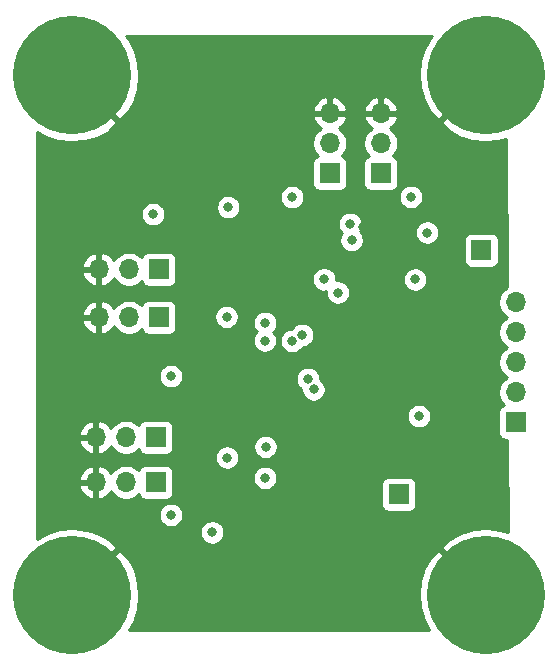
<source format=gbr>
%TF.GenerationSoftware,KiCad,Pcbnew,(5.1.12)-1*%
%TF.CreationDate,2022-06-02T00:13:14+02:00*%
%TF.ProjectId,strain gauge messurment,73747261-696e-4206-9761-756765206d65,rev?*%
%TF.SameCoordinates,Original*%
%TF.FileFunction,Copper,L3,Inr*%
%TF.FilePolarity,Positive*%
%FSLAX46Y46*%
G04 Gerber Fmt 4.6, Leading zero omitted, Abs format (unit mm)*
G04 Created by KiCad (PCBNEW (5.1.12)-1) date 2022-06-02 00:13:14*
%MOMM*%
%LPD*%
G01*
G04 APERTURE LIST*
%TA.AperFunction,ComponentPad*%
%ADD10O,1.700000X1.700000*%
%TD*%
%TA.AperFunction,ComponentPad*%
%ADD11R,1.700000X1.700000*%
%TD*%
%TA.AperFunction,ComponentPad*%
%ADD12C,0.900000*%
%TD*%
%TA.AperFunction,ComponentPad*%
%ADD13C,10.000000*%
%TD*%
%TA.AperFunction,ViaPad*%
%ADD14C,0.800000*%
%TD*%
%TA.AperFunction,Conductor*%
%ADD15C,0.254000*%
%TD*%
%TA.AperFunction,Conductor*%
%ADD16C,0.100000*%
%TD*%
G04 APERTURE END LIST*
D10*
%TO.N,Net-(IC1-Pad21)*%
%TO.C,J9*%
X156210000Y-120650000D03*
%TO.N,Net-(IC1-Pad20)*%
X156210000Y-123190000D03*
%TO.N,Net-(IC1-Pad19)*%
X156210000Y-125730000D03*
%TO.N,Net-(IC1-Pad18)*%
X156210000Y-128270000D03*
D11*
%TO.N,Net-(IC1-Pad17)*%
X156210000Y-130810000D03*
%TD*%
D12*
%TO.N,GND*%
%TO.C,H4*%
X156311650Y-142778350D03*
X153660000Y-141680000D03*
X151008350Y-142778350D03*
X149910000Y-145430000D03*
X151008350Y-148081650D03*
X153660000Y-149180000D03*
X156311650Y-148081650D03*
X157410000Y-145430000D03*
D13*
X153660000Y-145430000D03*
%TD*%
D12*
%TO.N,GND*%
%TO.C,H3*%
X156311650Y-98778350D03*
X153660000Y-97680000D03*
X151008350Y-98778350D03*
X149910000Y-101430000D03*
X151008350Y-104081650D03*
X153660000Y-105180000D03*
X156311650Y-104081650D03*
X157410000Y-101430000D03*
D13*
X153660000Y-101430000D03*
%TD*%
D12*
%TO.N,GND*%
%TO.C,H2*%
X121311650Y-142778350D03*
X118660000Y-141680000D03*
X116008350Y-142778350D03*
X114910000Y-145430000D03*
X116008350Y-148081650D03*
X118660000Y-149180000D03*
X121311650Y-148081650D03*
X122410000Y-145430000D03*
D13*
X118660000Y-145430000D03*
%TD*%
D12*
%TO.N,GND*%
%TO.C,H1*%
X121311650Y-98778350D03*
X118660000Y-97680000D03*
X116008350Y-98778350D03*
X114910000Y-101430000D03*
X116008350Y-104081650D03*
X118660000Y-105180000D03*
X121311650Y-104081650D03*
X122410000Y-101430000D03*
D13*
X118660000Y-101430000D03*
%TD*%
D10*
%TO.N,GND*%
%TO.C,J6*%
X120650000Y-135890000D03*
%TO.N,Net-(J6-Pad2)*%
X123190000Y-135890000D03*
D11*
%TO.N,-V5*%
X125730000Y-135890000D03*
%TD*%
D10*
%TO.N,GND*%
%TO.C,J5*%
X120650000Y-132080000D03*
%TO.N,Net-(J5-Pad2)*%
X123190000Y-132080000D03*
D11*
%TO.N,-V4*%
X125730000Y-132080000D03*
%TD*%
D10*
%TO.N,GND*%
%TO.C,J4*%
X120904000Y-121920000D03*
%TO.N,Net-(J4-Pad2)*%
X123444000Y-121920000D03*
D11*
%TO.N,-V3*%
X125984000Y-121920000D03*
%TD*%
D10*
%TO.N,GND*%
%TO.C,J3*%
X120904000Y-117856000D03*
%TO.N,Net-(J3-Pad2)*%
X123444000Y-117856000D03*
D11*
%TO.N,-V2*%
X125984000Y-117856000D03*
%TD*%
D10*
%TO.N,GND*%
%TO.C,J2*%
X140462000Y-104648000D03*
%TO.N,Net-(J2-Pad2)*%
X140462000Y-107188000D03*
D11*
%TO.N,-V1*%
X140462000Y-109728000D03*
%TD*%
D10*
%TO.N,GND*%
%TO.C,J1*%
X144780000Y-104648000D03*
%TO.N,Net-(J1-Pad2)*%
X144780000Y-107188000D03*
D11*
%TO.N,-V0*%
X144780000Y-109728000D03*
%TD*%
%TO.N,12V*%
%TO.C,J8*%
X146304000Y-136906000D03*
%TD*%
%TO.N,3.3V*%
%TO.C,J7*%
X153290000Y-116230000D03*
%TD*%
D14*
%TO.N,GND*%
X143293000Y-114260000D03*
X148940000Y-112530000D03*
X149600000Y-132530000D03*
X128130000Y-140020000D03*
X132960000Y-127580000D03*
X127640000Y-114060000D03*
X149000000Y-119300000D03*
%TO.N,10V*%
X147330000Y-111720000D03*
X142170000Y-114000000D03*
X137270000Y-111750000D03*
X131860000Y-112590000D03*
X125500000Y-113190000D03*
X127000000Y-126890000D03*
X127000000Y-138650000D03*
X130500000Y-140120000D03*
X148700000Y-114750000D03*
%TO.N,+V3*%
X134950000Y-123890000D03*
X137265553Y-123913335D03*
%TO.N,-V3*%
X131720000Y-121880000D03*
X134990000Y-122390000D03*
X138125292Y-123402597D03*
%TO.N,+V5*%
X134980000Y-135510000D03*
X139088491Y-128019635D03*
%TO.N,-V5*%
X131760000Y-133790000D03*
X135020000Y-132890000D03*
X138610998Y-127140998D03*
%TO.N,+V1*%
X139970000Y-118700000D03*
X141140000Y-119820000D03*
%TO.N,3.3V*%
X147680000Y-118710000D03*
X147990000Y-130280000D03*
%TO.N,-V1*%
X142310000Y-115380000D03*
%TD*%
D15*
%TO.N,GND*%
X149005635Y-98205387D02*
X148465976Y-99175368D01*
X148125921Y-100231994D01*
X147998538Y-101334659D01*
X148088721Y-102440987D01*
X148393006Y-103508464D01*
X148899698Y-104496067D01*
X149005635Y-104654613D01*
X149679661Y-105230734D01*
X153480395Y-101430000D01*
X153466253Y-101415858D01*
X153645858Y-101236253D01*
X153660000Y-101250395D01*
X153674143Y-101236253D01*
X153853748Y-101415858D01*
X153839605Y-101430000D01*
X153853748Y-101444143D01*
X153674143Y-101623748D01*
X153660000Y-101609605D01*
X149859266Y-105410339D01*
X150435387Y-106084365D01*
X151405368Y-106624024D01*
X152461994Y-106964079D01*
X153564659Y-107091462D01*
X154670987Y-107001279D01*
X155402599Y-106792733D01*
X155444956Y-119375192D01*
X155263368Y-119496525D01*
X155056525Y-119703368D01*
X154894010Y-119946589D01*
X154782068Y-120216842D01*
X154725000Y-120503740D01*
X154725000Y-120796260D01*
X154782068Y-121083158D01*
X154894010Y-121353411D01*
X155056525Y-121596632D01*
X155263368Y-121803475D01*
X155437760Y-121920000D01*
X155263368Y-122036525D01*
X155056525Y-122243368D01*
X154894010Y-122486589D01*
X154782068Y-122756842D01*
X154725000Y-123043740D01*
X154725000Y-123336260D01*
X154782068Y-123623158D01*
X154894010Y-123893411D01*
X155056525Y-124136632D01*
X155263368Y-124343475D01*
X155437760Y-124460000D01*
X155263368Y-124576525D01*
X155056525Y-124783368D01*
X154894010Y-125026589D01*
X154782068Y-125296842D01*
X154725000Y-125583740D01*
X154725000Y-125876260D01*
X154782068Y-126163158D01*
X154894010Y-126433411D01*
X155056525Y-126676632D01*
X155263368Y-126883475D01*
X155437760Y-127000000D01*
X155263368Y-127116525D01*
X155056525Y-127323368D01*
X154894010Y-127566589D01*
X154782068Y-127836842D01*
X154725000Y-128123740D01*
X154725000Y-128416260D01*
X154782068Y-128703158D01*
X154894010Y-128973411D01*
X155056525Y-129216632D01*
X155188380Y-129348487D01*
X155115820Y-129370498D01*
X155005506Y-129429463D01*
X154908815Y-129508815D01*
X154829463Y-129605506D01*
X154770498Y-129715820D01*
X154734188Y-129835518D01*
X154721928Y-129960000D01*
X154721928Y-131660000D01*
X154734188Y-131784482D01*
X154770498Y-131904180D01*
X154829463Y-132014494D01*
X154908815Y-132111185D01*
X155005506Y-132190537D01*
X155115820Y-132249502D01*
X155235518Y-132285812D01*
X155360000Y-132298072D01*
X155488459Y-132298072D01*
X155514747Y-140107281D01*
X154858006Y-139895921D01*
X153755341Y-139768538D01*
X152649013Y-139858721D01*
X151581536Y-140163006D01*
X150593933Y-140669698D01*
X150435387Y-140775635D01*
X149859266Y-141449661D01*
X153660000Y-145250395D01*
X153674143Y-145236253D01*
X153853748Y-145415858D01*
X153839605Y-145430000D01*
X153853748Y-145444143D01*
X153674143Y-145623748D01*
X153660000Y-145609605D01*
X153645858Y-145623748D01*
X153466253Y-145444143D01*
X153480395Y-145430000D01*
X149679661Y-141629266D01*
X149005635Y-142205387D01*
X148465976Y-143175368D01*
X148125921Y-144231994D01*
X147998538Y-145334659D01*
X148088721Y-146440987D01*
X148393006Y-147508464D01*
X148842662Y-148384897D01*
X123439796Y-148429164D01*
X123854024Y-147684632D01*
X124194079Y-146628006D01*
X124321462Y-145525341D01*
X124231279Y-144419013D01*
X123926994Y-143351536D01*
X123420302Y-142363933D01*
X123314365Y-142205387D01*
X122640339Y-141629266D01*
X118839605Y-145430000D01*
X118853748Y-145444143D01*
X118674143Y-145623748D01*
X118660000Y-145609605D01*
X118645858Y-145623748D01*
X118466253Y-145444143D01*
X118480395Y-145430000D01*
X118466253Y-145415858D01*
X118645858Y-145236253D01*
X118660000Y-145250395D01*
X122460734Y-141449661D01*
X121884613Y-140775635D01*
X120914632Y-140235976D01*
X120237522Y-140018061D01*
X129465000Y-140018061D01*
X129465000Y-140221939D01*
X129504774Y-140421898D01*
X129582795Y-140610256D01*
X129696063Y-140779774D01*
X129840226Y-140923937D01*
X130009744Y-141037205D01*
X130198102Y-141115226D01*
X130398061Y-141155000D01*
X130601939Y-141155000D01*
X130801898Y-141115226D01*
X130990256Y-141037205D01*
X131159774Y-140923937D01*
X131303937Y-140779774D01*
X131417205Y-140610256D01*
X131495226Y-140421898D01*
X131535000Y-140221939D01*
X131535000Y-140018061D01*
X131495226Y-139818102D01*
X131417205Y-139629744D01*
X131303937Y-139460226D01*
X131159774Y-139316063D01*
X130990256Y-139202795D01*
X130801898Y-139124774D01*
X130601939Y-139085000D01*
X130398061Y-139085000D01*
X130198102Y-139124774D01*
X130009744Y-139202795D01*
X129840226Y-139316063D01*
X129696063Y-139460226D01*
X129582795Y-139629744D01*
X129504774Y-139818102D01*
X129465000Y-140018061D01*
X120237522Y-140018061D01*
X119858006Y-139895921D01*
X118755341Y-139768538D01*
X117649013Y-139858721D01*
X116581536Y-140163006D01*
X115627000Y-140652733D01*
X115627000Y-138548061D01*
X125965000Y-138548061D01*
X125965000Y-138751939D01*
X126004774Y-138951898D01*
X126082795Y-139140256D01*
X126196063Y-139309774D01*
X126340226Y-139453937D01*
X126509744Y-139567205D01*
X126698102Y-139645226D01*
X126898061Y-139685000D01*
X127101939Y-139685000D01*
X127301898Y-139645226D01*
X127490256Y-139567205D01*
X127659774Y-139453937D01*
X127803937Y-139309774D01*
X127917205Y-139140256D01*
X127995226Y-138951898D01*
X128035000Y-138751939D01*
X128035000Y-138548061D01*
X127995226Y-138348102D01*
X127917205Y-138159744D01*
X127803937Y-137990226D01*
X127659774Y-137846063D01*
X127490256Y-137732795D01*
X127301898Y-137654774D01*
X127101939Y-137615000D01*
X126898061Y-137615000D01*
X126698102Y-137654774D01*
X126509744Y-137732795D01*
X126340226Y-137846063D01*
X126196063Y-137990226D01*
X126082795Y-138159744D01*
X126004774Y-138348102D01*
X125965000Y-138548061D01*
X115627000Y-138548061D01*
X115627000Y-136246891D01*
X119208519Y-136246891D01*
X119305843Y-136521252D01*
X119454822Y-136771355D01*
X119649731Y-136987588D01*
X119883080Y-137161641D01*
X120145901Y-137286825D01*
X120293110Y-137331476D01*
X120523000Y-137210155D01*
X120523000Y-136017000D01*
X119329186Y-136017000D01*
X119208519Y-136246891D01*
X115627000Y-136246891D01*
X115627000Y-135533109D01*
X119208519Y-135533109D01*
X119329186Y-135763000D01*
X120523000Y-135763000D01*
X120523000Y-134569845D01*
X120777000Y-134569845D01*
X120777000Y-135763000D01*
X120797000Y-135763000D01*
X120797000Y-136017000D01*
X120777000Y-136017000D01*
X120777000Y-137210155D01*
X121006890Y-137331476D01*
X121154099Y-137286825D01*
X121416920Y-137161641D01*
X121650269Y-136987588D01*
X121845178Y-136771355D01*
X121914805Y-136654466D01*
X122036525Y-136836632D01*
X122243368Y-137043475D01*
X122486589Y-137205990D01*
X122756842Y-137317932D01*
X123043740Y-137375000D01*
X123336260Y-137375000D01*
X123623158Y-137317932D01*
X123893411Y-137205990D01*
X124136632Y-137043475D01*
X124268487Y-136911620D01*
X124290498Y-136984180D01*
X124349463Y-137094494D01*
X124428815Y-137191185D01*
X124525506Y-137270537D01*
X124635820Y-137329502D01*
X124755518Y-137365812D01*
X124880000Y-137378072D01*
X126580000Y-137378072D01*
X126704482Y-137365812D01*
X126824180Y-137329502D01*
X126934494Y-137270537D01*
X127031185Y-137191185D01*
X127110537Y-137094494D01*
X127169502Y-136984180D01*
X127205812Y-136864482D01*
X127218072Y-136740000D01*
X127218072Y-135408061D01*
X133945000Y-135408061D01*
X133945000Y-135611939D01*
X133984774Y-135811898D01*
X134062795Y-136000256D01*
X134176063Y-136169774D01*
X134320226Y-136313937D01*
X134489744Y-136427205D01*
X134678102Y-136505226D01*
X134878061Y-136545000D01*
X135081939Y-136545000D01*
X135281898Y-136505226D01*
X135470256Y-136427205D01*
X135639774Y-136313937D01*
X135783937Y-136169774D01*
X135859958Y-136056000D01*
X144815928Y-136056000D01*
X144815928Y-137756000D01*
X144828188Y-137880482D01*
X144864498Y-138000180D01*
X144923463Y-138110494D01*
X145002815Y-138207185D01*
X145099506Y-138286537D01*
X145209820Y-138345502D01*
X145329518Y-138381812D01*
X145454000Y-138394072D01*
X147154000Y-138394072D01*
X147278482Y-138381812D01*
X147398180Y-138345502D01*
X147508494Y-138286537D01*
X147605185Y-138207185D01*
X147684537Y-138110494D01*
X147743502Y-138000180D01*
X147779812Y-137880482D01*
X147792072Y-137756000D01*
X147792072Y-136056000D01*
X147779812Y-135931518D01*
X147743502Y-135811820D01*
X147684537Y-135701506D01*
X147605185Y-135604815D01*
X147508494Y-135525463D01*
X147398180Y-135466498D01*
X147278482Y-135430188D01*
X147154000Y-135417928D01*
X145454000Y-135417928D01*
X145329518Y-135430188D01*
X145209820Y-135466498D01*
X145099506Y-135525463D01*
X145002815Y-135604815D01*
X144923463Y-135701506D01*
X144864498Y-135811820D01*
X144828188Y-135931518D01*
X144815928Y-136056000D01*
X135859958Y-136056000D01*
X135897205Y-136000256D01*
X135975226Y-135811898D01*
X136015000Y-135611939D01*
X136015000Y-135408061D01*
X135975226Y-135208102D01*
X135897205Y-135019744D01*
X135783937Y-134850226D01*
X135639774Y-134706063D01*
X135470256Y-134592795D01*
X135281898Y-134514774D01*
X135081939Y-134475000D01*
X134878061Y-134475000D01*
X134678102Y-134514774D01*
X134489744Y-134592795D01*
X134320226Y-134706063D01*
X134176063Y-134850226D01*
X134062795Y-135019744D01*
X133984774Y-135208102D01*
X133945000Y-135408061D01*
X127218072Y-135408061D01*
X127218072Y-135040000D01*
X127205812Y-134915518D01*
X127169502Y-134795820D01*
X127110537Y-134685506D01*
X127031185Y-134588815D01*
X126934494Y-134509463D01*
X126824180Y-134450498D01*
X126704482Y-134414188D01*
X126580000Y-134401928D01*
X124880000Y-134401928D01*
X124755518Y-134414188D01*
X124635820Y-134450498D01*
X124525506Y-134509463D01*
X124428815Y-134588815D01*
X124349463Y-134685506D01*
X124290498Y-134795820D01*
X124268487Y-134868380D01*
X124136632Y-134736525D01*
X123893411Y-134574010D01*
X123623158Y-134462068D01*
X123336260Y-134405000D01*
X123043740Y-134405000D01*
X122756842Y-134462068D01*
X122486589Y-134574010D01*
X122243368Y-134736525D01*
X122036525Y-134943368D01*
X121914805Y-135125534D01*
X121845178Y-135008645D01*
X121650269Y-134792412D01*
X121416920Y-134618359D01*
X121154099Y-134493175D01*
X121006890Y-134448524D01*
X120777000Y-134569845D01*
X120523000Y-134569845D01*
X120293110Y-134448524D01*
X120145901Y-134493175D01*
X119883080Y-134618359D01*
X119649731Y-134792412D01*
X119454822Y-135008645D01*
X119305843Y-135258748D01*
X119208519Y-135533109D01*
X115627000Y-135533109D01*
X115627000Y-133688061D01*
X130725000Y-133688061D01*
X130725000Y-133891939D01*
X130764774Y-134091898D01*
X130842795Y-134280256D01*
X130956063Y-134449774D01*
X131100226Y-134593937D01*
X131269744Y-134707205D01*
X131458102Y-134785226D01*
X131658061Y-134825000D01*
X131861939Y-134825000D01*
X132061898Y-134785226D01*
X132250256Y-134707205D01*
X132419774Y-134593937D01*
X132563937Y-134449774D01*
X132677205Y-134280256D01*
X132755226Y-134091898D01*
X132795000Y-133891939D01*
X132795000Y-133688061D01*
X132755226Y-133488102D01*
X132677205Y-133299744D01*
X132563937Y-133130226D01*
X132419774Y-132986063D01*
X132250256Y-132872795D01*
X132061898Y-132794774D01*
X132028150Y-132788061D01*
X133985000Y-132788061D01*
X133985000Y-132991939D01*
X134024774Y-133191898D01*
X134102795Y-133380256D01*
X134216063Y-133549774D01*
X134360226Y-133693937D01*
X134529744Y-133807205D01*
X134718102Y-133885226D01*
X134918061Y-133925000D01*
X135121939Y-133925000D01*
X135321898Y-133885226D01*
X135510256Y-133807205D01*
X135679774Y-133693937D01*
X135823937Y-133549774D01*
X135937205Y-133380256D01*
X136015226Y-133191898D01*
X136055000Y-132991939D01*
X136055000Y-132788061D01*
X136015226Y-132588102D01*
X135937205Y-132399744D01*
X135823937Y-132230226D01*
X135679774Y-132086063D01*
X135510256Y-131972795D01*
X135321898Y-131894774D01*
X135121939Y-131855000D01*
X134918061Y-131855000D01*
X134718102Y-131894774D01*
X134529744Y-131972795D01*
X134360226Y-132086063D01*
X134216063Y-132230226D01*
X134102795Y-132399744D01*
X134024774Y-132588102D01*
X133985000Y-132788061D01*
X132028150Y-132788061D01*
X131861939Y-132755000D01*
X131658061Y-132755000D01*
X131458102Y-132794774D01*
X131269744Y-132872795D01*
X131100226Y-132986063D01*
X130956063Y-133130226D01*
X130842795Y-133299744D01*
X130764774Y-133488102D01*
X130725000Y-133688061D01*
X115627000Y-133688061D01*
X115627000Y-132436891D01*
X119208519Y-132436891D01*
X119305843Y-132711252D01*
X119454822Y-132961355D01*
X119649731Y-133177588D01*
X119883080Y-133351641D01*
X120145901Y-133476825D01*
X120293110Y-133521476D01*
X120523000Y-133400155D01*
X120523000Y-132207000D01*
X119329186Y-132207000D01*
X119208519Y-132436891D01*
X115627000Y-132436891D01*
X115627000Y-131723109D01*
X119208519Y-131723109D01*
X119329186Y-131953000D01*
X120523000Y-131953000D01*
X120523000Y-130759845D01*
X120777000Y-130759845D01*
X120777000Y-131953000D01*
X120797000Y-131953000D01*
X120797000Y-132207000D01*
X120777000Y-132207000D01*
X120777000Y-133400155D01*
X121006890Y-133521476D01*
X121154099Y-133476825D01*
X121416920Y-133351641D01*
X121650269Y-133177588D01*
X121845178Y-132961355D01*
X121914805Y-132844466D01*
X122036525Y-133026632D01*
X122243368Y-133233475D01*
X122486589Y-133395990D01*
X122756842Y-133507932D01*
X123043740Y-133565000D01*
X123336260Y-133565000D01*
X123623158Y-133507932D01*
X123893411Y-133395990D01*
X124136632Y-133233475D01*
X124268487Y-133101620D01*
X124290498Y-133174180D01*
X124349463Y-133284494D01*
X124428815Y-133381185D01*
X124525506Y-133460537D01*
X124635820Y-133519502D01*
X124755518Y-133555812D01*
X124880000Y-133568072D01*
X126580000Y-133568072D01*
X126704482Y-133555812D01*
X126824180Y-133519502D01*
X126934494Y-133460537D01*
X127031185Y-133381185D01*
X127110537Y-133284494D01*
X127169502Y-133174180D01*
X127205812Y-133054482D01*
X127218072Y-132930000D01*
X127218072Y-131230000D01*
X127205812Y-131105518D01*
X127169502Y-130985820D01*
X127110537Y-130875506D01*
X127031185Y-130778815D01*
X126934494Y-130699463D01*
X126824180Y-130640498D01*
X126704482Y-130604188D01*
X126580000Y-130591928D01*
X124880000Y-130591928D01*
X124755518Y-130604188D01*
X124635820Y-130640498D01*
X124525506Y-130699463D01*
X124428815Y-130778815D01*
X124349463Y-130875506D01*
X124290498Y-130985820D01*
X124268487Y-131058380D01*
X124136632Y-130926525D01*
X123893411Y-130764010D01*
X123623158Y-130652068D01*
X123336260Y-130595000D01*
X123043740Y-130595000D01*
X122756842Y-130652068D01*
X122486589Y-130764010D01*
X122243368Y-130926525D01*
X122036525Y-131133368D01*
X121914805Y-131315534D01*
X121845178Y-131198645D01*
X121650269Y-130982412D01*
X121416920Y-130808359D01*
X121154099Y-130683175D01*
X121006890Y-130638524D01*
X120777000Y-130759845D01*
X120523000Y-130759845D01*
X120293110Y-130638524D01*
X120145901Y-130683175D01*
X119883080Y-130808359D01*
X119649731Y-130982412D01*
X119454822Y-131198645D01*
X119305843Y-131448748D01*
X119208519Y-131723109D01*
X115627000Y-131723109D01*
X115627000Y-130178061D01*
X146955000Y-130178061D01*
X146955000Y-130381939D01*
X146994774Y-130581898D01*
X147072795Y-130770256D01*
X147186063Y-130939774D01*
X147330226Y-131083937D01*
X147499744Y-131197205D01*
X147688102Y-131275226D01*
X147888061Y-131315000D01*
X148091939Y-131315000D01*
X148291898Y-131275226D01*
X148480256Y-131197205D01*
X148649774Y-131083937D01*
X148793937Y-130939774D01*
X148907205Y-130770256D01*
X148985226Y-130581898D01*
X149025000Y-130381939D01*
X149025000Y-130178061D01*
X148985226Y-129978102D01*
X148907205Y-129789744D01*
X148793937Y-129620226D01*
X148649774Y-129476063D01*
X148480256Y-129362795D01*
X148291898Y-129284774D01*
X148091939Y-129245000D01*
X147888061Y-129245000D01*
X147688102Y-129284774D01*
X147499744Y-129362795D01*
X147330226Y-129476063D01*
X147186063Y-129620226D01*
X147072795Y-129789744D01*
X146994774Y-129978102D01*
X146955000Y-130178061D01*
X115627000Y-130178061D01*
X115627000Y-126788061D01*
X125965000Y-126788061D01*
X125965000Y-126991939D01*
X126004774Y-127191898D01*
X126082795Y-127380256D01*
X126196063Y-127549774D01*
X126340226Y-127693937D01*
X126509744Y-127807205D01*
X126698102Y-127885226D01*
X126898061Y-127925000D01*
X127101939Y-127925000D01*
X127301898Y-127885226D01*
X127490256Y-127807205D01*
X127659774Y-127693937D01*
X127803937Y-127549774D01*
X127917205Y-127380256D01*
X127995226Y-127191898D01*
X128025627Y-127039059D01*
X137575998Y-127039059D01*
X137575998Y-127242937D01*
X137615772Y-127442896D01*
X137693793Y-127631254D01*
X137807061Y-127800772D01*
X137951224Y-127944935D01*
X138053491Y-128013267D01*
X138053491Y-128121574D01*
X138093265Y-128321533D01*
X138171286Y-128509891D01*
X138284554Y-128679409D01*
X138428717Y-128823572D01*
X138598235Y-128936840D01*
X138786593Y-129014861D01*
X138986552Y-129054635D01*
X139190430Y-129054635D01*
X139390389Y-129014861D01*
X139578747Y-128936840D01*
X139748265Y-128823572D01*
X139892428Y-128679409D01*
X140005696Y-128509891D01*
X140083717Y-128321533D01*
X140123491Y-128121574D01*
X140123491Y-127917696D01*
X140083717Y-127717737D01*
X140005696Y-127529379D01*
X139892428Y-127359861D01*
X139748265Y-127215698D01*
X139645998Y-127147366D01*
X139645998Y-127039059D01*
X139606224Y-126839100D01*
X139528203Y-126650742D01*
X139414935Y-126481224D01*
X139270772Y-126337061D01*
X139101254Y-126223793D01*
X138912896Y-126145772D01*
X138712937Y-126105998D01*
X138509059Y-126105998D01*
X138309100Y-126145772D01*
X138120742Y-126223793D01*
X137951224Y-126337061D01*
X137807061Y-126481224D01*
X137693793Y-126650742D01*
X137615772Y-126839100D01*
X137575998Y-127039059D01*
X128025627Y-127039059D01*
X128035000Y-126991939D01*
X128035000Y-126788061D01*
X127995226Y-126588102D01*
X127917205Y-126399744D01*
X127803937Y-126230226D01*
X127659774Y-126086063D01*
X127490256Y-125972795D01*
X127301898Y-125894774D01*
X127101939Y-125855000D01*
X126898061Y-125855000D01*
X126698102Y-125894774D01*
X126509744Y-125972795D01*
X126340226Y-126086063D01*
X126196063Y-126230226D01*
X126082795Y-126399744D01*
X126004774Y-126588102D01*
X125965000Y-126788061D01*
X115627000Y-126788061D01*
X115627000Y-123788061D01*
X133915000Y-123788061D01*
X133915000Y-123991939D01*
X133954774Y-124191898D01*
X134032795Y-124380256D01*
X134146063Y-124549774D01*
X134290226Y-124693937D01*
X134459744Y-124807205D01*
X134648102Y-124885226D01*
X134848061Y-124925000D01*
X135051939Y-124925000D01*
X135251898Y-124885226D01*
X135440256Y-124807205D01*
X135609774Y-124693937D01*
X135753937Y-124549774D01*
X135867205Y-124380256D01*
X135945226Y-124191898D01*
X135985000Y-123991939D01*
X135985000Y-123811396D01*
X136230553Y-123811396D01*
X136230553Y-124015274D01*
X136270327Y-124215233D01*
X136348348Y-124403591D01*
X136461616Y-124573109D01*
X136605779Y-124717272D01*
X136775297Y-124830540D01*
X136963655Y-124908561D01*
X137163614Y-124948335D01*
X137367492Y-124948335D01*
X137567451Y-124908561D01*
X137755809Y-124830540D01*
X137925327Y-124717272D01*
X138069490Y-124573109D01*
X138160036Y-124437597D01*
X138227231Y-124437597D01*
X138427190Y-124397823D01*
X138615548Y-124319802D01*
X138785066Y-124206534D01*
X138929229Y-124062371D01*
X139042497Y-123892853D01*
X139120518Y-123704495D01*
X139160292Y-123504536D01*
X139160292Y-123300658D01*
X139120518Y-123100699D01*
X139042497Y-122912341D01*
X138929229Y-122742823D01*
X138785066Y-122598660D01*
X138615548Y-122485392D01*
X138427190Y-122407371D01*
X138227231Y-122367597D01*
X138023353Y-122367597D01*
X137823394Y-122407371D01*
X137635036Y-122485392D01*
X137465518Y-122598660D01*
X137321355Y-122742823D01*
X137230809Y-122878335D01*
X137163614Y-122878335D01*
X136963655Y-122918109D01*
X136775297Y-122996130D01*
X136605779Y-123109398D01*
X136461616Y-123253561D01*
X136348348Y-123423079D01*
X136270327Y-123611437D01*
X136230553Y-123811396D01*
X135985000Y-123811396D01*
X135985000Y-123788061D01*
X135945226Y-123588102D01*
X135867205Y-123399744D01*
X135753937Y-123230226D01*
X135683711Y-123160000D01*
X135793937Y-123049774D01*
X135907205Y-122880256D01*
X135985226Y-122691898D01*
X136025000Y-122491939D01*
X136025000Y-122288061D01*
X135985226Y-122088102D01*
X135907205Y-121899744D01*
X135793937Y-121730226D01*
X135649774Y-121586063D01*
X135480256Y-121472795D01*
X135291898Y-121394774D01*
X135091939Y-121355000D01*
X134888061Y-121355000D01*
X134688102Y-121394774D01*
X134499744Y-121472795D01*
X134330226Y-121586063D01*
X134186063Y-121730226D01*
X134072795Y-121899744D01*
X133994774Y-122088102D01*
X133955000Y-122288061D01*
X133955000Y-122491939D01*
X133994774Y-122691898D01*
X134072795Y-122880256D01*
X134186063Y-123049774D01*
X134256289Y-123120000D01*
X134146063Y-123230226D01*
X134032795Y-123399744D01*
X133954774Y-123588102D01*
X133915000Y-123788061D01*
X115627000Y-123788061D01*
X115627000Y-122276891D01*
X119462519Y-122276891D01*
X119559843Y-122551252D01*
X119708822Y-122801355D01*
X119903731Y-123017588D01*
X120137080Y-123191641D01*
X120399901Y-123316825D01*
X120547110Y-123361476D01*
X120777000Y-123240155D01*
X120777000Y-122047000D01*
X119583186Y-122047000D01*
X119462519Y-122276891D01*
X115627000Y-122276891D01*
X115627000Y-121563109D01*
X119462519Y-121563109D01*
X119583186Y-121793000D01*
X120777000Y-121793000D01*
X120777000Y-120599845D01*
X121031000Y-120599845D01*
X121031000Y-121793000D01*
X121051000Y-121793000D01*
X121051000Y-122047000D01*
X121031000Y-122047000D01*
X121031000Y-123240155D01*
X121260890Y-123361476D01*
X121408099Y-123316825D01*
X121670920Y-123191641D01*
X121904269Y-123017588D01*
X122099178Y-122801355D01*
X122168805Y-122684466D01*
X122290525Y-122866632D01*
X122497368Y-123073475D01*
X122740589Y-123235990D01*
X123010842Y-123347932D01*
X123297740Y-123405000D01*
X123590260Y-123405000D01*
X123877158Y-123347932D01*
X124147411Y-123235990D01*
X124390632Y-123073475D01*
X124522487Y-122941620D01*
X124544498Y-123014180D01*
X124603463Y-123124494D01*
X124682815Y-123221185D01*
X124779506Y-123300537D01*
X124889820Y-123359502D01*
X125009518Y-123395812D01*
X125134000Y-123408072D01*
X126834000Y-123408072D01*
X126958482Y-123395812D01*
X127078180Y-123359502D01*
X127188494Y-123300537D01*
X127285185Y-123221185D01*
X127364537Y-123124494D01*
X127423502Y-123014180D01*
X127459812Y-122894482D01*
X127472072Y-122770000D01*
X127472072Y-121778061D01*
X130685000Y-121778061D01*
X130685000Y-121981939D01*
X130724774Y-122181898D01*
X130802795Y-122370256D01*
X130916063Y-122539774D01*
X131060226Y-122683937D01*
X131229744Y-122797205D01*
X131418102Y-122875226D01*
X131618061Y-122915000D01*
X131821939Y-122915000D01*
X132021898Y-122875226D01*
X132210256Y-122797205D01*
X132379774Y-122683937D01*
X132523937Y-122539774D01*
X132637205Y-122370256D01*
X132715226Y-122181898D01*
X132755000Y-121981939D01*
X132755000Y-121778061D01*
X132715226Y-121578102D01*
X132637205Y-121389744D01*
X132523937Y-121220226D01*
X132379774Y-121076063D01*
X132210256Y-120962795D01*
X132021898Y-120884774D01*
X131821939Y-120845000D01*
X131618061Y-120845000D01*
X131418102Y-120884774D01*
X131229744Y-120962795D01*
X131060226Y-121076063D01*
X130916063Y-121220226D01*
X130802795Y-121389744D01*
X130724774Y-121578102D01*
X130685000Y-121778061D01*
X127472072Y-121778061D01*
X127472072Y-121070000D01*
X127459812Y-120945518D01*
X127423502Y-120825820D01*
X127364537Y-120715506D01*
X127285185Y-120618815D01*
X127188494Y-120539463D01*
X127078180Y-120480498D01*
X126958482Y-120444188D01*
X126834000Y-120431928D01*
X125134000Y-120431928D01*
X125009518Y-120444188D01*
X124889820Y-120480498D01*
X124779506Y-120539463D01*
X124682815Y-120618815D01*
X124603463Y-120715506D01*
X124544498Y-120825820D01*
X124522487Y-120898380D01*
X124390632Y-120766525D01*
X124147411Y-120604010D01*
X123877158Y-120492068D01*
X123590260Y-120435000D01*
X123297740Y-120435000D01*
X123010842Y-120492068D01*
X122740589Y-120604010D01*
X122497368Y-120766525D01*
X122290525Y-120973368D01*
X122168805Y-121155534D01*
X122099178Y-121038645D01*
X121904269Y-120822412D01*
X121670920Y-120648359D01*
X121408099Y-120523175D01*
X121260890Y-120478524D01*
X121031000Y-120599845D01*
X120777000Y-120599845D01*
X120547110Y-120478524D01*
X120399901Y-120523175D01*
X120137080Y-120648359D01*
X119903731Y-120822412D01*
X119708822Y-121038645D01*
X119559843Y-121288748D01*
X119462519Y-121563109D01*
X115627000Y-121563109D01*
X115627000Y-118212891D01*
X119462519Y-118212891D01*
X119559843Y-118487252D01*
X119708822Y-118737355D01*
X119903731Y-118953588D01*
X120137080Y-119127641D01*
X120399901Y-119252825D01*
X120547110Y-119297476D01*
X120777000Y-119176155D01*
X120777000Y-117983000D01*
X119583186Y-117983000D01*
X119462519Y-118212891D01*
X115627000Y-118212891D01*
X115627000Y-117499109D01*
X119462519Y-117499109D01*
X119583186Y-117729000D01*
X120777000Y-117729000D01*
X120777000Y-116535845D01*
X121031000Y-116535845D01*
X121031000Y-117729000D01*
X121051000Y-117729000D01*
X121051000Y-117983000D01*
X121031000Y-117983000D01*
X121031000Y-119176155D01*
X121260890Y-119297476D01*
X121408099Y-119252825D01*
X121670920Y-119127641D01*
X121904269Y-118953588D01*
X122099178Y-118737355D01*
X122168805Y-118620466D01*
X122290525Y-118802632D01*
X122497368Y-119009475D01*
X122740589Y-119171990D01*
X123010842Y-119283932D01*
X123297740Y-119341000D01*
X123590260Y-119341000D01*
X123877158Y-119283932D01*
X124147411Y-119171990D01*
X124390632Y-119009475D01*
X124522487Y-118877620D01*
X124544498Y-118950180D01*
X124603463Y-119060494D01*
X124682815Y-119157185D01*
X124779506Y-119236537D01*
X124889820Y-119295502D01*
X125009518Y-119331812D01*
X125134000Y-119344072D01*
X126834000Y-119344072D01*
X126958482Y-119331812D01*
X127078180Y-119295502D01*
X127188494Y-119236537D01*
X127285185Y-119157185D01*
X127364537Y-119060494D01*
X127423502Y-118950180D01*
X127459812Y-118830482D01*
X127472072Y-118706000D01*
X127472072Y-118598061D01*
X138935000Y-118598061D01*
X138935000Y-118801939D01*
X138974774Y-119001898D01*
X139052795Y-119190256D01*
X139166063Y-119359774D01*
X139310226Y-119503937D01*
X139479744Y-119617205D01*
X139668102Y-119695226D01*
X139868061Y-119735000D01*
X140071939Y-119735000D01*
X140105000Y-119728424D01*
X140105000Y-119921939D01*
X140144774Y-120121898D01*
X140222795Y-120310256D01*
X140336063Y-120479774D01*
X140480226Y-120623937D01*
X140649744Y-120737205D01*
X140838102Y-120815226D01*
X141038061Y-120855000D01*
X141241939Y-120855000D01*
X141441898Y-120815226D01*
X141630256Y-120737205D01*
X141799774Y-120623937D01*
X141943937Y-120479774D01*
X142057205Y-120310256D01*
X142135226Y-120121898D01*
X142175000Y-119921939D01*
X142175000Y-119718061D01*
X142135226Y-119518102D01*
X142057205Y-119329744D01*
X141943937Y-119160226D01*
X141799774Y-119016063D01*
X141630256Y-118902795D01*
X141441898Y-118824774D01*
X141241939Y-118785000D01*
X141038061Y-118785000D01*
X141005000Y-118791576D01*
X141005000Y-118608061D01*
X146645000Y-118608061D01*
X146645000Y-118811939D01*
X146684774Y-119011898D01*
X146762795Y-119200256D01*
X146876063Y-119369774D01*
X147020226Y-119513937D01*
X147189744Y-119627205D01*
X147378102Y-119705226D01*
X147578061Y-119745000D01*
X147781939Y-119745000D01*
X147981898Y-119705226D01*
X148170256Y-119627205D01*
X148339774Y-119513937D01*
X148483937Y-119369774D01*
X148597205Y-119200256D01*
X148675226Y-119011898D01*
X148715000Y-118811939D01*
X148715000Y-118608061D01*
X148675226Y-118408102D01*
X148597205Y-118219744D01*
X148483937Y-118050226D01*
X148339774Y-117906063D01*
X148170256Y-117792795D01*
X147981898Y-117714774D01*
X147781939Y-117675000D01*
X147578061Y-117675000D01*
X147378102Y-117714774D01*
X147189744Y-117792795D01*
X147020226Y-117906063D01*
X146876063Y-118050226D01*
X146762795Y-118219744D01*
X146684774Y-118408102D01*
X146645000Y-118608061D01*
X141005000Y-118608061D01*
X141005000Y-118598061D01*
X140965226Y-118398102D01*
X140887205Y-118209744D01*
X140773937Y-118040226D01*
X140629774Y-117896063D01*
X140460256Y-117782795D01*
X140271898Y-117704774D01*
X140071939Y-117665000D01*
X139868061Y-117665000D01*
X139668102Y-117704774D01*
X139479744Y-117782795D01*
X139310226Y-117896063D01*
X139166063Y-118040226D01*
X139052795Y-118209744D01*
X138974774Y-118398102D01*
X138935000Y-118598061D01*
X127472072Y-118598061D01*
X127472072Y-117006000D01*
X127459812Y-116881518D01*
X127423502Y-116761820D01*
X127364537Y-116651506D01*
X127285185Y-116554815D01*
X127188494Y-116475463D01*
X127078180Y-116416498D01*
X126958482Y-116380188D01*
X126834000Y-116367928D01*
X125134000Y-116367928D01*
X125009518Y-116380188D01*
X124889820Y-116416498D01*
X124779506Y-116475463D01*
X124682815Y-116554815D01*
X124603463Y-116651506D01*
X124544498Y-116761820D01*
X124522487Y-116834380D01*
X124390632Y-116702525D01*
X124147411Y-116540010D01*
X123877158Y-116428068D01*
X123590260Y-116371000D01*
X123297740Y-116371000D01*
X123010842Y-116428068D01*
X122740589Y-116540010D01*
X122497368Y-116702525D01*
X122290525Y-116909368D01*
X122168805Y-117091534D01*
X122099178Y-116974645D01*
X121904269Y-116758412D01*
X121670920Y-116584359D01*
X121408099Y-116459175D01*
X121260890Y-116414524D01*
X121031000Y-116535845D01*
X120777000Y-116535845D01*
X120547110Y-116414524D01*
X120399901Y-116459175D01*
X120137080Y-116584359D01*
X119903731Y-116758412D01*
X119708822Y-116974645D01*
X119559843Y-117224748D01*
X119462519Y-117499109D01*
X115627000Y-117499109D01*
X115627000Y-113088061D01*
X124465000Y-113088061D01*
X124465000Y-113291939D01*
X124504774Y-113491898D01*
X124582795Y-113680256D01*
X124696063Y-113849774D01*
X124840226Y-113993937D01*
X125009744Y-114107205D01*
X125198102Y-114185226D01*
X125398061Y-114225000D01*
X125601939Y-114225000D01*
X125801898Y-114185226D01*
X125990256Y-114107205D01*
X126159774Y-113993937D01*
X126255650Y-113898061D01*
X141135000Y-113898061D01*
X141135000Y-114101939D01*
X141174774Y-114301898D01*
X141252795Y-114490256D01*
X141366063Y-114659774D01*
X141474201Y-114767912D01*
X141392795Y-114889744D01*
X141314774Y-115078102D01*
X141275000Y-115278061D01*
X141275000Y-115481939D01*
X141314774Y-115681898D01*
X141392795Y-115870256D01*
X141506063Y-116039774D01*
X141650226Y-116183937D01*
X141819744Y-116297205D01*
X142008102Y-116375226D01*
X142208061Y-116415000D01*
X142411939Y-116415000D01*
X142611898Y-116375226D01*
X142800256Y-116297205D01*
X142969774Y-116183937D01*
X143113937Y-116039774D01*
X143227205Y-115870256D01*
X143305226Y-115681898D01*
X143345000Y-115481939D01*
X143345000Y-115278061D01*
X143305226Y-115078102D01*
X143227205Y-114889744D01*
X143113937Y-114720226D01*
X143041772Y-114648061D01*
X147665000Y-114648061D01*
X147665000Y-114851939D01*
X147704774Y-115051898D01*
X147782795Y-115240256D01*
X147896063Y-115409774D01*
X148040226Y-115553937D01*
X148209744Y-115667205D01*
X148398102Y-115745226D01*
X148598061Y-115785000D01*
X148801939Y-115785000D01*
X149001898Y-115745226D01*
X149190256Y-115667205D01*
X149359774Y-115553937D01*
X149503937Y-115409774D01*
X149523831Y-115380000D01*
X151801928Y-115380000D01*
X151801928Y-117080000D01*
X151814188Y-117204482D01*
X151850498Y-117324180D01*
X151909463Y-117434494D01*
X151988815Y-117531185D01*
X152085506Y-117610537D01*
X152195820Y-117669502D01*
X152315518Y-117705812D01*
X152440000Y-117718072D01*
X154140000Y-117718072D01*
X154264482Y-117705812D01*
X154384180Y-117669502D01*
X154494494Y-117610537D01*
X154591185Y-117531185D01*
X154670537Y-117434494D01*
X154729502Y-117324180D01*
X154765812Y-117204482D01*
X154778072Y-117080000D01*
X154778072Y-115380000D01*
X154765812Y-115255518D01*
X154729502Y-115135820D01*
X154670537Y-115025506D01*
X154591185Y-114928815D01*
X154494494Y-114849463D01*
X154384180Y-114790498D01*
X154264482Y-114754188D01*
X154140000Y-114741928D01*
X152440000Y-114741928D01*
X152315518Y-114754188D01*
X152195820Y-114790498D01*
X152085506Y-114849463D01*
X151988815Y-114928815D01*
X151909463Y-115025506D01*
X151850498Y-115135820D01*
X151814188Y-115255518D01*
X151801928Y-115380000D01*
X149523831Y-115380000D01*
X149617205Y-115240256D01*
X149695226Y-115051898D01*
X149735000Y-114851939D01*
X149735000Y-114648061D01*
X149695226Y-114448102D01*
X149617205Y-114259744D01*
X149503937Y-114090226D01*
X149359774Y-113946063D01*
X149190256Y-113832795D01*
X149001898Y-113754774D01*
X148801939Y-113715000D01*
X148598061Y-113715000D01*
X148398102Y-113754774D01*
X148209744Y-113832795D01*
X148040226Y-113946063D01*
X147896063Y-114090226D01*
X147782795Y-114259744D01*
X147704774Y-114448102D01*
X147665000Y-114648061D01*
X143041772Y-114648061D01*
X143005799Y-114612088D01*
X143087205Y-114490256D01*
X143165226Y-114301898D01*
X143205000Y-114101939D01*
X143205000Y-113898061D01*
X143165226Y-113698102D01*
X143087205Y-113509744D01*
X142973937Y-113340226D01*
X142829774Y-113196063D01*
X142660256Y-113082795D01*
X142471898Y-113004774D01*
X142271939Y-112965000D01*
X142068061Y-112965000D01*
X141868102Y-113004774D01*
X141679744Y-113082795D01*
X141510226Y-113196063D01*
X141366063Y-113340226D01*
X141252795Y-113509744D01*
X141174774Y-113698102D01*
X141135000Y-113898061D01*
X126255650Y-113898061D01*
X126303937Y-113849774D01*
X126417205Y-113680256D01*
X126495226Y-113491898D01*
X126535000Y-113291939D01*
X126535000Y-113088061D01*
X126495226Y-112888102D01*
X126417205Y-112699744D01*
X126303937Y-112530226D01*
X126261772Y-112488061D01*
X130825000Y-112488061D01*
X130825000Y-112691939D01*
X130864774Y-112891898D01*
X130942795Y-113080256D01*
X131056063Y-113249774D01*
X131200226Y-113393937D01*
X131369744Y-113507205D01*
X131558102Y-113585226D01*
X131758061Y-113625000D01*
X131961939Y-113625000D01*
X132161898Y-113585226D01*
X132350256Y-113507205D01*
X132519774Y-113393937D01*
X132663937Y-113249774D01*
X132777205Y-113080256D01*
X132855226Y-112891898D01*
X132895000Y-112691939D01*
X132895000Y-112488061D01*
X132855226Y-112288102D01*
X132777205Y-112099744D01*
X132663937Y-111930226D01*
X132519774Y-111786063D01*
X132350256Y-111672795D01*
X132290544Y-111648061D01*
X136235000Y-111648061D01*
X136235000Y-111851939D01*
X136274774Y-112051898D01*
X136352795Y-112240256D01*
X136466063Y-112409774D01*
X136610226Y-112553937D01*
X136779744Y-112667205D01*
X136968102Y-112745226D01*
X137168061Y-112785000D01*
X137371939Y-112785000D01*
X137571898Y-112745226D01*
X137760256Y-112667205D01*
X137929774Y-112553937D01*
X138073937Y-112409774D01*
X138187205Y-112240256D01*
X138265226Y-112051898D01*
X138305000Y-111851939D01*
X138305000Y-111648061D01*
X138299033Y-111618061D01*
X146295000Y-111618061D01*
X146295000Y-111821939D01*
X146334774Y-112021898D01*
X146412795Y-112210256D01*
X146526063Y-112379774D01*
X146670226Y-112523937D01*
X146839744Y-112637205D01*
X147028102Y-112715226D01*
X147228061Y-112755000D01*
X147431939Y-112755000D01*
X147631898Y-112715226D01*
X147820256Y-112637205D01*
X147989774Y-112523937D01*
X148133937Y-112379774D01*
X148247205Y-112210256D01*
X148325226Y-112021898D01*
X148365000Y-111821939D01*
X148365000Y-111618061D01*
X148325226Y-111418102D01*
X148247205Y-111229744D01*
X148133937Y-111060226D01*
X147989774Y-110916063D01*
X147820256Y-110802795D01*
X147631898Y-110724774D01*
X147431939Y-110685000D01*
X147228061Y-110685000D01*
X147028102Y-110724774D01*
X146839744Y-110802795D01*
X146670226Y-110916063D01*
X146526063Y-111060226D01*
X146412795Y-111229744D01*
X146334774Y-111418102D01*
X146295000Y-111618061D01*
X138299033Y-111618061D01*
X138265226Y-111448102D01*
X138187205Y-111259744D01*
X138073937Y-111090226D01*
X137929774Y-110946063D01*
X137760256Y-110832795D01*
X137571898Y-110754774D01*
X137371939Y-110715000D01*
X137168061Y-110715000D01*
X136968102Y-110754774D01*
X136779744Y-110832795D01*
X136610226Y-110946063D01*
X136466063Y-111090226D01*
X136352795Y-111259744D01*
X136274774Y-111448102D01*
X136235000Y-111648061D01*
X132290544Y-111648061D01*
X132161898Y-111594774D01*
X131961939Y-111555000D01*
X131758061Y-111555000D01*
X131558102Y-111594774D01*
X131369744Y-111672795D01*
X131200226Y-111786063D01*
X131056063Y-111930226D01*
X130942795Y-112099744D01*
X130864774Y-112288102D01*
X130825000Y-112488061D01*
X126261772Y-112488061D01*
X126159774Y-112386063D01*
X125990256Y-112272795D01*
X125801898Y-112194774D01*
X125601939Y-112155000D01*
X125398061Y-112155000D01*
X125198102Y-112194774D01*
X125009744Y-112272795D01*
X124840226Y-112386063D01*
X124696063Y-112530226D01*
X124582795Y-112699744D01*
X124504774Y-112888102D01*
X124465000Y-113088061D01*
X115627000Y-113088061D01*
X115627000Y-108878000D01*
X138973928Y-108878000D01*
X138973928Y-110578000D01*
X138986188Y-110702482D01*
X139022498Y-110822180D01*
X139081463Y-110932494D01*
X139160815Y-111029185D01*
X139257506Y-111108537D01*
X139367820Y-111167502D01*
X139487518Y-111203812D01*
X139612000Y-111216072D01*
X141312000Y-111216072D01*
X141436482Y-111203812D01*
X141556180Y-111167502D01*
X141666494Y-111108537D01*
X141763185Y-111029185D01*
X141842537Y-110932494D01*
X141901502Y-110822180D01*
X141937812Y-110702482D01*
X141950072Y-110578000D01*
X141950072Y-108878000D01*
X143291928Y-108878000D01*
X143291928Y-110578000D01*
X143304188Y-110702482D01*
X143340498Y-110822180D01*
X143399463Y-110932494D01*
X143478815Y-111029185D01*
X143575506Y-111108537D01*
X143685820Y-111167502D01*
X143805518Y-111203812D01*
X143930000Y-111216072D01*
X145630000Y-111216072D01*
X145754482Y-111203812D01*
X145874180Y-111167502D01*
X145984494Y-111108537D01*
X146081185Y-111029185D01*
X146160537Y-110932494D01*
X146219502Y-110822180D01*
X146255812Y-110702482D01*
X146268072Y-110578000D01*
X146268072Y-108878000D01*
X146255812Y-108753518D01*
X146219502Y-108633820D01*
X146160537Y-108523506D01*
X146081185Y-108426815D01*
X145984494Y-108347463D01*
X145874180Y-108288498D01*
X145801620Y-108266487D01*
X145933475Y-108134632D01*
X146095990Y-107891411D01*
X146207932Y-107621158D01*
X146265000Y-107334260D01*
X146265000Y-107041740D01*
X146207932Y-106754842D01*
X146095990Y-106484589D01*
X145933475Y-106241368D01*
X145726632Y-106034525D01*
X145544466Y-105912805D01*
X145661355Y-105843178D01*
X145877588Y-105648269D01*
X146051641Y-105414920D01*
X146176825Y-105152099D01*
X146221476Y-105004890D01*
X146100155Y-104775000D01*
X144907000Y-104775000D01*
X144907000Y-104795000D01*
X144653000Y-104795000D01*
X144653000Y-104775000D01*
X143459845Y-104775000D01*
X143338524Y-105004890D01*
X143383175Y-105152099D01*
X143508359Y-105414920D01*
X143682412Y-105648269D01*
X143898645Y-105843178D01*
X144015534Y-105912805D01*
X143833368Y-106034525D01*
X143626525Y-106241368D01*
X143464010Y-106484589D01*
X143352068Y-106754842D01*
X143295000Y-107041740D01*
X143295000Y-107334260D01*
X143352068Y-107621158D01*
X143464010Y-107891411D01*
X143626525Y-108134632D01*
X143758380Y-108266487D01*
X143685820Y-108288498D01*
X143575506Y-108347463D01*
X143478815Y-108426815D01*
X143399463Y-108523506D01*
X143340498Y-108633820D01*
X143304188Y-108753518D01*
X143291928Y-108878000D01*
X141950072Y-108878000D01*
X141937812Y-108753518D01*
X141901502Y-108633820D01*
X141842537Y-108523506D01*
X141763185Y-108426815D01*
X141666494Y-108347463D01*
X141556180Y-108288498D01*
X141483620Y-108266487D01*
X141615475Y-108134632D01*
X141777990Y-107891411D01*
X141889932Y-107621158D01*
X141947000Y-107334260D01*
X141947000Y-107041740D01*
X141889932Y-106754842D01*
X141777990Y-106484589D01*
X141615475Y-106241368D01*
X141408632Y-106034525D01*
X141226466Y-105912805D01*
X141343355Y-105843178D01*
X141559588Y-105648269D01*
X141733641Y-105414920D01*
X141858825Y-105152099D01*
X141903476Y-105004890D01*
X141782155Y-104775000D01*
X140589000Y-104775000D01*
X140589000Y-104795000D01*
X140335000Y-104795000D01*
X140335000Y-104775000D01*
X139141845Y-104775000D01*
X139020524Y-105004890D01*
X139065175Y-105152099D01*
X139190359Y-105414920D01*
X139364412Y-105648269D01*
X139580645Y-105843178D01*
X139697534Y-105912805D01*
X139515368Y-106034525D01*
X139308525Y-106241368D01*
X139146010Y-106484589D01*
X139034068Y-106754842D01*
X138977000Y-107041740D01*
X138977000Y-107334260D01*
X139034068Y-107621158D01*
X139146010Y-107891411D01*
X139308525Y-108134632D01*
X139440380Y-108266487D01*
X139367820Y-108288498D01*
X139257506Y-108347463D01*
X139160815Y-108426815D01*
X139081463Y-108523506D01*
X139022498Y-108633820D01*
X138986188Y-108753518D01*
X138973928Y-108878000D01*
X115627000Y-108878000D01*
X115627000Y-106190971D01*
X116405368Y-106624024D01*
X117461994Y-106964079D01*
X118564659Y-107091462D01*
X119670987Y-107001279D01*
X120738464Y-106696994D01*
X121726067Y-106190302D01*
X121884613Y-106084365D01*
X122460734Y-105410339D01*
X118660000Y-101609605D01*
X118645858Y-101623748D01*
X118466253Y-101444143D01*
X118480395Y-101430000D01*
X118466253Y-101415858D01*
X118645858Y-101236253D01*
X118660000Y-101250395D01*
X118674143Y-101236253D01*
X118853748Y-101415858D01*
X118839605Y-101430000D01*
X122640339Y-105230734D01*
X123314365Y-104654613D01*
X123516603Y-104291110D01*
X139020524Y-104291110D01*
X139141845Y-104521000D01*
X140335000Y-104521000D01*
X140335000Y-103327186D01*
X140589000Y-103327186D01*
X140589000Y-104521000D01*
X141782155Y-104521000D01*
X141903476Y-104291110D01*
X143338524Y-104291110D01*
X143459845Y-104521000D01*
X144653000Y-104521000D01*
X144653000Y-103327186D01*
X144907000Y-103327186D01*
X144907000Y-104521000D01*
X146100155Y-104521000D01*
X146221476Y-104291110D01*
X146176825Y-104143901D01*
X146051641Y-103881080D01*
X145877588Y-103647731D01*
X145661355Y-103452822D01*
X145411252Y-103303843D01*
X145136891Y-103206519D01*
X144907000Y-103327186D01*
X144653000Y-103327186D01*
X144423109Y-103206519D01*
X144148748Y-103303843D01*
X143898645Y-103452822D01*
X143682412Y-103647731D01*
X143508359Y-103881080D01*
X143383175Y-104143901D01*
X143338524Y-104291110D01*
X141903476Y-104291110D01*
X141858825Y-104143901D01*
X141733641Y-103881080D01*
X141559588Y-103647731D01*
X141343355Y-103452822D01*
X141093252Y-103303843D01*
X140818891Y-103206519D01*
X140589000Y-103327186D01*
X140335000Y-103327186D01*
X140105109Y-103206519D01*
X139830748Y-103303843D01*
X139580645Y-103452822D01*
X139364412Y-103647731D01*
X139190359Y-103881080D01*
X139065175Y-104143901D01*
X139020524Y-104291110D01*
X123516603Y-104291110D01*
X123854024Y-103684632D01*
X124194079Y-102628006D01*
X124321462Y-101525341D01*
X124231279Y-100419013D01*
X123926994Y-99351536D01*
X123420302Y-98363933D01*
X123314365Y-98205387D01*
X123222657Y-98127000D01*
X149097343Y-98127000D01*
X149005635Y-98205387D01*
%TA.AperFunction,Conductor*%
D16*
G36*
X149005635Y-98205387D02*
G01*
X148465976Y-99175368D01*
X148125921Y-100231994D01*
X147998538Y-101334659D01*
X148088721Y-102440987D01*
X148393006Y-103508464D01*
X148899698Y-104496067D01*
X149005635Y-104654613D01*
X149679661Y-105230734D01*
X153480395Y-101430000D01*
X153466253Y-101415858D01*
X153645858Y-101236253D01*
X153660000Y-101250395D01*
X153674143Y-101236253D01*
X153853748Y-101415858D01*
X153839605Y-101430000D01*
X153853748Y-101444143D01*
X153674143Y-101623748D01*
X153660000Y-101609605D01*
X149859266Y-105410339D01*
X150435387Y-106084365D01*
X151405368Y-106624024D01*
X152461994Y-106964079D01*
X153564659Y-107091462D01*
X154670987Y-107001279D01*
X155402599Y-106792733D01*
X155444956Y-119375192D01*
X155263368Y-119496525D01*
X155056525Y-119703368D01*
X154894010Y-119946589D01*
X154782068Y-120216842D01*
X154725000Y-120503740D01*
X154725000Y-120796260D01*
X154782068Y-121083158D01*
X154894010Y-121353411D01*
X155056525Y-121596632D01*
X155263368Y-121803475D01*
X155437760Y-121920000D01*
X155263368Y-122036525D01*
X155056525Y-122243368D01*
X154894010Y-122486589D01*
X154782068Y-122756842D01*
X154725000Y-123043740D01*
X154725000Y-123336260D01*
X154782068Y-123623158D01*
X154894010Y-123893411D01*
X155056525Y-124136632D01*
X155263368Y-124343475D01*
X155437760Y-124460000D01*
X155263368Y-124576525D01*
X155056525Y-124783368D01*
X154894010Y-125026589D01*
X154782068Y-125296842D01*
X154725000Y-125583740D01*
X154725000Y-125876260D01*
X154782068Y-126163158D01*
X154894010Y-126433411D01*
X155056525Y-126676632D01*
X155263368Y-126883475D01*
X155437760Y-127000000D01*
X155263368Y-127116525D01*
X155056525Y-127323368D01*
X154894010Y-127566589D01*
X154782068Y-127836842D01*
X154725000Y-128123740D01*
X154725000Y-128416260D01*
X154782068Y-128703158D01*
X154894010Y-128973411D01*
X155056525Y-129216632D01*
X155188380Y-129348487D01*
X155115820Y-129370498D01*
X155005506Y-129429463D01*
X154908815Y-129508815D01*
X154829463Y-129605506D01*
X154770498Y-129715820D01*
X154734188Y-129835518D01*
X154721928Y-129960000D01*
X154721928Y-131660000D01*
X154734188Y-131784482D01*
X154770498Y-131904180D01*
X154829463Y-132014494D01*
X154908815Y-132111185D01*
X155005506Y-132190537D01*
X155115820Y-132249502D01*
X155235518Y-132285812D01*
X155360000Y-132298072D01*
X155488459Y-132298072D01*
X155514747Y-140107281D01*
X154858006Y-139895921D01*
X153755341Y-139768538D01*
X152649013Y-139858721D01*
X151581536Y-140163006D01*
X150593933Y-140669698D01*
X150435387Y-140775635D01*
X149859266Y-141449661D01*
X153660000Y-145250395D01*
X153674143Y-145236253D01*
X153853748Y-145415858D01*
X153839605Y-145430000D01*
X153853748Y-145444143D01*
X153674143Y-145623748D01*
X153660000Y-145609605D01*
X153645858Y-145623748D01*
X153466253Y-145444143D01*
X153480395Y-145430000D01*
X149679661Y-141629266D01*
X149005635Y-142205387D01*
X148465976Y-143175368D01*
X148125921Y-144231994D01*
X147998538Y-145334659D01*
X148088721Y-146440987D01*
X148393006Y-147508464D01*
X148842662Y-148384897D01*
X123439796Y-148429164D01*
X123854024Y-147684632D01*
X124194079Y-146628006D01*
X124321462Y-145525341D01*
X124231279Y-144419013D01*
X123926994Y-143351536D01*
X123420302Y-142363933D01*
X123314365Y-142205387D01*
X122640339Y-141629266D01*
X118839605Y-145430000D01*
X118853748Y-145444143D01*
X118674143Y-145623748D01*
X118660000Y-145609605D01*
X118645858Y-145623748D01*
X118466253Y-145444143D01*
X118480395Y-145430000D01*
X118466253Y-145415858D01*
X118645858Y-145236253D01*
X118660000Y-145250395D01*
X122460734Y-141449661D01*
X121884613Y-140775635D01*
X120914632Y-140235976D01*
X120237522Y-140018061D01*
X129465000Y-140018061D01*
X129465000Y-140221939D01*
X129504774Y-140421898D01*
X129582795Y-140610256D01*
X129696063Y-140779774D01*
X129840226Y-140923937D01*
X130009744Y-141037205D01*
X130198102Y-141115226D01*
X130398061Y-141155000D01*
X130601939Y-141155000D01*
X130801898Y-141115226D01*
X130990256Y-141037205D01*
X131159774Y-140923937D01*
X131303937Y-140779774D01*
X131417205Y-140610256D01*
X131495226Y-140421898D01*
X131535000Y-140221939D01*
X131535000Y-140018061D01*
X131495226Y-139818102D01*
X131417205Y-139629744D01*
X131303937Y-139460226D01*
X131159774Y-139316063D01*
X130990256Y-139202795D01*
X130801898Y-139124774D01*
X130601939Y-139085000D01*
X130398061Y-139085000D01*
X130198102Y-139124774D01*
X130009744Y-139202795D01*
X129840226Y-139316063D01*
X129696063Y-139460226D01*
X129582795Y-139629744D01*
X129504774Y-139818102D01*
X129465000Y-140018061D01*
X120237522Y-140018061D01*
X119858006Y-139895921D01*
X118755341Y-139768538D01*
X117649013Y-139858721D01*
X116581536Y-140163006D01*
X115627000Y-140652733D01*
X115627000Y-138548061D01*
X125965000Y-138548061D01*
X125965000Y-138751939D01*
X126004774Y-138951898D01*
X126082795Y-139140256D01*
X126196063Y-139309774D01*
X126340226Y-139453937D01*
X126509744Y-139567205D01*
X126698102Y-139645226D01*
X126898061Y-139685000D01*
X127101939Y-139685000D01*
X127301898Y-139645226D01*
X127490256Y-139567205D01*
X127659774Y-139453937D01*
X127803937Y-139309774D01*
X127917205Y-139140256D01*
X127995226Y-138951898D01*
X128035000Y-138751939D01*
X128035000Y-138548061D01*
X127995226Y-138348102D01*
X127917205Y-138159744D01*
X127803937Y-137990226D01*
X127659774Y-137846063D01*
X127490256Y-137732795D01*
X127301898Y-137654774D01*
X127101939Y-137615000D01*
X126898061Y-137615000D01*
X126698102Y-137654774D01*
X126509744Y-137732795D01*
X126340226Y-137846063D01*
X126196063Y-137990226D01*
X126082795Y-138159744D01*
X126004774Y-138348102D01*
X125965000Y-138548061D01*
X115627000Y-138548061D01*
X115627000Y-136246891D01*
X119208519Y-136246891D01*
X119305843Y-136521252D01*
X119454822Y-136771355D01*
X119649731Y-136987588D01*
X119883080Y-137161641D01*
X120145901Y-137286825D01*
X120293110Y-137331476D01*
X120523000Y-137210155D01*
X120523000Y-136017000D01*
X119329186Y-136017000D01*
X119208519Y-136246891D01*
X115627000Y-136246891D01*
X115627000Y-135533109D01*
X119208519Y-135533109D01*
X119329186Y-135763000D01*
X120523000Y-135763000D01*
X120523000Y-134569845D01*
X120777000Y-134569845D01*
X120777000Y-135763000D01*
X120797000Y-135763000D01*
X120797000Y-136017000D01*
X120777000Y-136017000D01*
X120777000Y-137210155D01*
X121006890Y-137331476D01*
X121154099Y-137286825D01*
X121416920Y-137161641D01*
X121650269Y-136987588D01*
X121845178Y-136771355D01*
X121914805Y-136654466D01*
X122036525Y-136836632D01*
X122243368Y-137043475D01*
X122486589Y-137205990D01*
X122756842Y-137317932D01*
X123043740Y-137375000D01*
X123336260Y-137375000D01*
X123623158Y-137317932D01*
X123893411Y-137205990D01*
X124136632Y-137043475D01*
X124268487Y-136911620D01*
X124290498Y-136984180D01*
X124349463Y-137094494D01*
X124428815Y-137191185D01*
X124525506Y-137270537D01*
X124635820Y-137329502D01*
X124755518Y-137365812D01*
X124880000Y-137378072D01*
X126580000Y-137378072D01*
X126704482Y-137365812D01*
X126824180Y-137329502D01*
X126934494Y-137270537D01*
X127031185Y-137191185D01*
X127110537Y-137094494D01*
X127169502Y-136984180D01*
X127205812Y-136864482D01*
X127218072Y-136740000D01*
X127218072Y-135408061D01*
X133945000Y-135408061D01*
X133945000Y-135611939D01*
X133984774Y-135811898D01*
X134062795Y-136000256D01*
X134176063Y-136169774D01*
X134320226Y-136313937D01*
X134489744Y-136427205D01*
X134678102Y-136505226D01*
X134878061Y-136545000D01*
X135081939Y-136545000D01*
X135281898Y-136505226D01*
X135470256Y-136427205D01*
X135639774Y-136313937D01*
X135783937Y-136169774D01*
X135859958Y-136056000D01*
X144815928Y-136056000D01*
X144815928Y-137756000D01*
X144828188Y-137880482D01*
X144864498Y-138000180D01*
X144923463Y-138110494D01*
X145002815Y-138207185D01*
X145099506Y-138286537D01*
X145209820Y-138345502D01*
X145329518Y-138381812D01*
X145454000Y-138394072D01*
X147154000Y-138394072D01*
X147278482Y-138381812D01*
X147398180Y-138345502D01*
X147508494Y-138286537D01*
X147605185Y-138207185D01*
X147684537Y-138110494D01*
X147743502Y-138000180D01*
X147779812Y-137880482D01*
X147792072Y-137756000D01*
X147792072Y-136056000D01*
X147779812Y-135931518D01*
X147743502Y-135811820D01*
X147684537Y-135701506D01*
X147605185Y-135604815D01*
X147508494Y-135525463D01*
X147398180Y-135466498D01*
X147278482Y-135430188D01*
X147154000Y-135417928D01*
X145454000Y-135417928D01*
X145329518Y-135430188D01*
X145209820Y-135466498D01*
X145099506Y-135525463D01*
X145002815Y-135604815D01*
X144923463Y-135701506D01*
X144864498Y-135811820D01*
X144828188Y-135931518D01*
X144815928Y-136056000D01*
X135859958Y-136056000D01*
X135897205Y-136000256D01*
X135975226Y-135811898D01*
X136015000Y-135611939D01*
X136015000Y-135408061D01*
X135975226Y-135208102D01*
X135897205Y-135019744D01*
X135783937Y-134850226D01*
X135639774Y-134706063D01*
X135470256Y-134592795D01*
X135281898Y-134514774D01*
X135081939Y-134475000D01*
X134878061Y-134475000D01*
X134678102Y-134514774D01*
X134489744Y-134592795D01*
X134320226Y-134706063D01*
X134176063Y-134850226D01*
X134062795Y-135019744D01*
X133984774Y-135208102D01*
X133945000Y-135408061D01*
X127218072Y-135408061D01*
X127218072Y-135040000D01*
X127205812Y-134915518D01*
X127169502Y-134795820D01*
X127110537Y-134685506D01*
X127031185Y-134588815D01*
X126934494Y-134509463D01*
X126824180Y-134450498D01*
X126704482Y-134414188D01*
X126580000Y-134401928D01*
X124880000Y-134401928D01*
X124755518Y-134414188D01*
X124635820Y-134450498D01*
X124525506Y-134509463D01*
X124428815Y-134588815D01*
X124349463Y-134685506D01*
X124290498Y-134795820D01*
X124268487Y-134868380D01*
X124136632Y-134736525D01*
X123893411Y-134574010D01*
X123623158Y-134462068D01*
X123336260Y-134405000D01*
X123043740Y-134405000D01*
X122756842Y-134462068D01*
X122486589Y-134574010D01*
X122243368Y-134736525D01*
X122036525Y-134943368D01*
X121914805Y-135125534D01*
X121845178Y-135008645D01*
X121650269Y-134792412D01*
X121416920Y-134618359D01*
X121154099Y-134493175D01*
X121006890Y-134448524D01*
X120777000Y-134569845D01*
X120523000Y-134569845D01*
X120293110Y-134448524D01*
X120145901Y-134493175D01*
X119883080Y-134618359D01*
X119649731Y-134792412D01*
X119454822Y-135008645D01*
X119305843Y-135258748D01*
X119208519Y-135533109D01*
X115627000Y-135533109D01*
X115627000Y-133688061D01*
X130725000Y-133688061D01*
X130725000Y-133891939D01*
X130764774Y-134091898D01*
X130842795Y-134280256D01*
X130956063Y-134449774D01*
X131100226Y-134593937D01*
X131269744Y-134707205D01*
X131458102Y-134785226D01*
X131658061Y-134825000D01*
X131861939Y-134825000D01*
X132061898Y-134785226D01*
X132250256Y-134707205D01*
X132419774Y-134593937D01*
X132563937Y-134449774D01*
X132677205Y-134280256D01*
X132755226Y-134091898D01*
X132795000Y-133891939D01*
X132795000Y-133688061D01*
X132755226Y-133488102D01*
X132677205Y-133299744D01*
X132563937Y-133130226D01*
X132419774Y-132986063D01*
X132250256Y-132872795D01*
X132061898Y-132794774D01*
X132028150Y-132788061D01*
X133985000Y-132788061D01*
X133985000Y-132991939D01*
X134024774Y-133191898D01*
X134102795Y-133380256D01*
X134216063Y-133549774D01*
X134360226Y-133693937D01*
X134529744Y-133807205D01*
X134718102Y-133885226D01*
X134918061Y-133925000D01*
X135121939Y-133925000D01*
X135321898Y-133885226D01*
X135510256Y-133807205D01*
X135679774Y-133693937D01*
X135823937Y-133549774D01*
X135937205Y-133380256D01*
X136015226Y-133191898D01*
X136055000Y-132991939D01*
X136055000Y-132788061D01*
X136015226Y-132588102D01*
X135937205Y-132399744D01*
X135823937Y-132230226D01*
X135679774Y-132086063D01*
X135510256Y-131972795D01*
X135321898Y-131894774D01*
X135121939Y-131855000D01*
X134918061Y-131855000D01*
X134718102Y-131894774D01*
X134529744Y-131972795D01*
X134360226Y-132086063D01*
X134216063Y-132230226D01*
X134102795Y-132399744D01*
X134024774Y-132588102D01*
X133985000Y-132788061D01*
X132028150Y-132788061D01*
X131861939Y-132755000D01*
X131658061Y-132755000D01*
X131458102Y-132794774D01*
X131269744Y-132872795D01*
X131100226Y-132986063D01*
X130956063Y-133130226D01*
X130842795Y-133299744D01*
X130764774Y-133488102D01*
X130725000Y-133688061D01*
X115627000Y-133688061D01*
X115627000Y-132436891D01*
X119208519Y-132436891D01*
X119305843Y-132711252D01*
X119454822Y-132961355D01*
X119649731Y-133177588D01*
X119883080Y-133351641D01*
X120145901Y-133476825D01*
X120293110Y-133521476D01*
X120523000Y-133400155D01*
X120523000Y-132207000D01*
X119329186Y-132207000D01*
X119208519Y-132436891D01*
X115627000Y-132436891D01*
X115627000Y-131723109D01*
X119208519Y-131723109D01*
X119329186Y-131953000D01*
X120523000Y-131953000D01*
X120523000Y-130759845D01*
X120777000Y-130759845D01*
X120777000Y-131953000D01*
X120797000Y-131953000D01*
X120797000Y-132207000D01*
X120777000Y-132207000D01*
X120777000Y-133400155D01*
X121006890Y-133521476D01*
X121154099Y-133476825D01*
X121416920Y-133351641D01*
X121650269Y-133177588D01*
X121845178Y-132961355D01*
X121914805Y-132844466D01*
X122036525Y-133026632D01*
X122243368Y-133233475D01*
X122486589Y-133395990D01*
X122756842Y-133507932D01*
X123043740Y-133565000D01*
X123336260Y-133565000D01*
X123623158Y-133507932D01*
X123893411Y-133395990D01*
X124136632Y-133233475D01*
X124268487Y-133101620D01*
X124290498Y-133174180D01*
X124349463Y-133284494D01*
X124428815Y-133381185D01*
X124525506Y-133460537D01*
X124635820Y-133519502D01*
X124755518Y-133555812D01*
X124880000Y-133568072D01*
X126580000Y-133568072D01*
X126704482Y-133555812D01*
X126824180Y-133519502D01*
X126934494Y-133460537D01*
X127031185Y-133381185D01*
X127110537Y-133284494D01*
X127169502Y-133174180D01*
X127205812Y-133054482D01*
X127218072Y-132930000D01*
X127218072Y-131230000D01*
X127205812Y-131105518D01*
X127169502Y-130985820D01*
X127110537Y-130875506D01*
X127031185Y-130778815D01*
X126934494Y-130699463D01*
X126824180Y-130640498D01*
X126704482Y-130604188D01*
X126580000Y-130591928D01*
X124880000Y-130591928D01*
X124755518Y-130604188D01*
X124635820Y-130640498D01*
X124525506Y-130699463D01*
X124428815Y-130778815D01*
X124349463Y-130875506D01*
X124290498Y-130985820D01*
X124268487Y-131058380D01*
X124136632Y-130926525D01*
X123893411Y-130764010D01*
X123623158Y-130652068D01*
X123336260Y-130595000D01*
X123043740Y-130595000D01*
X122756842Y-130652068D01*
X122486589Y-130764010D01*
X122243368Y-130926525D01*
X122036525Y-131133368D01*
X121914805Y-131315534D01*
X121845178Y-131198645D01*
X121650269Y-130982412D01*
X121416920Y-130808359D01*
X121154099Y-130683175D01*
X121006890Y-130638524D01*
X120777000Y-130759845D01*
X120523000Y-130759845D01*
X120293110Y-130638524D01*
X120145901Y-130683175D01*
X119883080Y-130808359D01*
X119649731Y-130982412D01*
X119454822Y-131198645D01*
X119305843Y-131448748D01*
X119208519Y-131723109D01*
X115627000Y-131723109D01*
X115627000Y-130178061D01*
X146955000Y-130178061D01*
X146955000Y-130381939D01*
X146994774Y-130581898D01*
X147072795Y-130770256D01*
X147186063Y-130939774D01*
X147330226Y-131083937D01*
X147499744Y-131197205D01*
X147688102Y-131275226D01*
X147888061Y-131315000D01*
X148091939Y-131315000D01*
X148291898Y-131275226D01*
X148480256Y-131197205D01*
X148649774Y-131083937D01*
X148793937Y-130939774D01*
X148907205Y-130770256D01*
X148985226Y-130581898D01*
X149025000Y-130381939D01*
X149025000Y-130178061D01*
X148985226Y-129978102D01*
X148907205Y-129789744D01*
X148793937Y-129620226D01*
X148649774Y-129476063D01*
X148480256Y-129362795D01*
X148291898Y-129284774D01*
X148091939Y-129245000D01*
X147888061Y-129245000D01*
X147688102Y-129284774D01*
X147499744Y-129362795D01*
X147330226Y-129476063D01*
X147186063Y-129620226D01*
X147072795Y-129789744D01*
X146994774Y-129978102D01*
X146955000Y-130178061D01*
X115627000Y-130178061D01*
X115627000Y-126788061D01*
X125965000Y-126788061D01*
X125965000Y-126991939D01*
X126004774Y-127191898D01*
X126082795Y-127380256D01*
X126196063Y-127549774D01*
X126340226Y-127693937D01*
X126509744Y-127807205D01*
X126698102Y-127885226D01*
X126898061Y-127925000D01*
X127101939Y-127925000D01*
X127301898Y-127885226D01*
X127490256Y-127807205D01*
X127659774Y-127693937D01*
X127803937Y-127549774D01*
X127917205Y-127380256D01*
X127995226Y-127191898D01*
X128025627Y-127039059D01*
X137575998Y-127039059D01*
X137575998Y-127242937D01*
X137615772Y-127442896D01*
X137693793Y-127631254D01*
X137807061Y-127800772D01*
X137951224Y-127944935D01*
X138053491Y-128013267D01*
X138053491Y-128121574D01*
X138093265Y-128321533D01*
X138171286Y-128509891D01*
X138284554Y-128679409D01*
X138428717Y-128823572D01*
X138598235Y-128936840D01*
X138786593Y-129014861D01*
X138986552Y-129054635D01*
X139190430Y-129054635D01*
X139390389Y-129014861D01*
X139578747Y-128936840D01*
X139748265Y-128823572D01*
X139892428Y-128679409D01*
X140005696Y-128509891D01*
X140083717Y-128321533D01*
X140123491Y-128121574D01*
X140123491Y-127917696D01*
X140083717Y-127717737D01*
X140005696Y-127529379D01*
X139892428Y-127359861D01*
X139748265Y-127215698D01*
X139645998Y-127147366D01*
X139645998Y-127039059D01*
X139606224Y-126839100D01*
X139528203Y-126650742D01*
X139414935Y-126481224D01*
X139270772Y-126337061D01*
X139101254Y-126223793D01*
X138912896Y-126145772D01*
X138712937Y-126105998D01*
X138509059Y-126105998D01*
X138309100Y-126145772D01*
X138120742Y-126223793D01*
X137951224Y-126337061D01*
X137807061Y-126481224D01*
X137693793Y-126650742D01*
X137615772Y-126839100D01*
X137575998Y-127039059D01*
X128025627Y-127039059D01*
X128035000Y-126991939D01*
X128035000Y-126788061D01*
X127995226Y-126588102D01*
X127917205Y-126399744D01*
X127803937Y-126230226D01*
X127659774Y-126086063D01*
X127490256Y-125972795D01*
X127301898Y-125894774D01*
X127101939Y-125855000D01*
X126898061Y-125855000D01*
X126698102Y-125894774D01*
X126509744Y-125972795D01*
X126340226Y-126086063D01*
X126196063Y-126230226D01*
X126082795Y-126399744D01*
X126004774Y-126588102D01*
X125965000Y-126788061D01*
X115627000Y-126788061D01*
X115627000Y-123788061D01*
X133915000Y-123788061D01*
X133915000Y-123991939D01*
X133954774Y-124191898D01*
X134032795Y-124380256D01*
X134146063Y-124549774D01*
X134290226Y-124693937D01*
X134459744Y-124807205D01*
X134648102Y-124885226D01*
X134848061Y-124925000D01*
X135051939Y-124925000D01*
X135251898Y-124885226D01*
X135440256Y-124807205D01*
X135609774Y-124693937D01*
X135753937Y-124549774D01*
X135867205Y-124380256D01*
X135945226Y-124191898D01*
X135985000Y-123991939D01*
X135985000Y-123811396D01*
X136230553Y-123811396D01*
X136230553Y-124015274D01*
X136270327Y-124215233D01*
X136348348Y-124403591D01*
X136461616Y-124573109D01*
X136605779Y-124717272D01*
X136775297Y-124830540D01*
X136963655Y-124908561D01*
X137163614Y-124948335D01*
X137367492Y-124948335D01*
X137567451Y-124908561D01*
X137755809Y-124830540D01*
X137925327Y-124717272D01*
X138069490Y-124573109D01*
X138160036Y-124437597D01*
X138227231Y-124437597D01*
X138427190Y-124397823D01*
X138615548Y-124319802D01*
X138785066Y-124206534D01*
X138929229Y-124062371D01*
X139042497Y-123892853D01*
X139120518Y-123704495D01*
X139160292Y-123504536D01*
X139160292Y-123300658D01*
X139120518Y-123100699D01*
X139042497Y-122912341D01*
X138929229Y-122742823D01*
X138785066Y-122598660D01*
X138615548Y-122485392D01*
X138427190Y-122407371D01*
X138227231Y-122367597D01*
X138023353Y-122367597D01*
X137823394Y-122407371D01*
X137635036Y-122485392D01*
X137465518Y-122598660D01*
X137321355Y-122742823D01*
X137230809Y-122878335D01*
X137163614Y-122878335D01*
X136963655Y-122918109D01*
X136775297Y-122996130D01*
X136605779Y-123109398D01*
X136461616Y-123253561D01*
X136348348Y-123423079D01*
X136270327Y-123611437D01*
X136230553Y-123811396D01*
X135985000Y-123811396D01*
X135985000Y-123788061D01*
X135945226Y-123588102D01*
X135867205Y-123399744D01*
X135753937Y-123230226D01*
X135683711Y-123160000D01*
X135793937Y-123049774D01*
X135907205Y-122880256D01*
X135985226Y-122691898D01*
X136025000Y-122491939D01*
X136025000Y-122288061D01*
X135985226Y-122088102D01*
X135907205Y-121899744D01*
X135793937Y-121730226D01*
X135649774Y-121586063D01*
X135480256Y-121472795D01*
X135291898Y-121394774D01*
X135091939Y-121355000D01*
X134888061Y-121355000D01*
X134688102Y-121394774D01*
X134499744Y-121472795D01*
X134330226Y-121586063D01*
X134186063Y-121730226D01*
X134072795Y-121899744D01*
X133994774Y-122088102D01*
X133955000Y-122288061D01*
X133955000Y-122491939D01*
X133994774Y-122691898D01*
X134072795Y-122880256D01*
X134186063Y-123049774D01*
X134256289Y-123120000D01*
X134146063Y-123230226D01*
X134032795Y-123399744D01*
X133954774Y-123588102D01*
X133915000Y-123788061D01*
X115627000Y-123788061D01*
X115627000Y-122276891D01*
X119462519Y-122276891D01*
X119559843Y-122551252D01*
X119708822Y-122801355D01*
X119903731Y-123017588D01*
X120137080Y-123191641D01*
X120399901Y-123316825D01*
X120547110Y-123361476D01*
X120777000Y-123240155D01*
X120777000Y-122047000D01*
X119583186Y-122047000D01*
X119462519Y-122276891D01*
X115627000Y-122276891D01*
X115627000Y-121563109D01*
X119462519Y-121563109D01*
X119583186Y-121793000D01*
X120777000Y-121793000D01*
X120777000Y-120599845D01*
X121031000Y-120599845D01*
X121031000Y-121793000D01*
X121051000Y-121793000D01*
X121051000Y-122047000D01*
X121031000Y-122047000D01*
X121031000Y-123240155D01*
X121260890Y-123361476D01*
X121408099Y-123316825D01*
X121670920Y-123191641D01*
X121904269Y-123017588D01*
X122099178Y-122801355D01*
X122168805Y-122684466D01*
X122290525Y-122866632D01*
X122497368Y-123073475D01*
X122740589Y-123235990D01*
X123010842Y-123347932D01*
X123297740Y-123405000D01*
X123590260Y-123405000D01*
X123877158Y-123347932D01*
X124147411Y-123235990D01*
X124390632Y-123073475D01*
X124522487Y-122941620D01*
X124544498Y-123014180D01*
X124603463Y-123124494D01*
X124682815Y-123221185D01*
X124779506Y-123300537D01*
X124889820Y-123359502D01*
X125009518Y-123395812D01*
X125134000Y-123408072D01*
X126834000Y-123408072D01*
X126958482Y-123395812D01*
X127078180Y-123359502D01*
X127188494Y-123300537D01*
X127285185Y-123221185D01*
X127364537Y-123124494D01*
X127423502Y-123014180D01*
X127459812Y-122894482D01*
X127472072Y-122770000D01*
X127472072Y-121778061D01*
X130685000Y-121778061D01*
X130685000Y-121981939D01*
X130724774Y-122181898D01*
X130802795Y-122370256D01*
X130916063Y-122539774D01*
X131060226Y-122683937D01*
X131229744Y-122797205D01*
X131418102Y-122875226D01*
X131618061Y-122915000D01*
X131821939Y-122915000D01*
X132021898Y-122875226D01*
X132210256Y-122797205D01*
X132379774Y-122683937D01*
X132523937Y-122539774D01*
X132637205Y-122370256D01*
X132715226Y-122181898D01*
X132755000Y-121981939D01*
X132755000Y-121778061D01*
X132715226Y-121578102D01*
X132637205Y-121389744D01*
X132523937Y-121220226D01*
X132379774Y-121076063D01*
X132210256Y-120962795D01*
X132021898Y-120884774D01*
X131821939Y-120845000D01*
X131618061Y-120845000D01*
X131418102Y-120884774D01*
X131229744Y-120962795D01*
X131060226Y-121076063D01*
X130916063Y-121220226D01*
X130802795Y-121389744D01*
X130724774Y-121578102D01*
X130685000Y-121778061D01*
X127472072Y-121778061D01*
X127472072Y-121070000D01*
X127459812Y-120945518D01*
X127423502Y-120825820D01*
X127364537Y-120715506D01*
X127285185Y-120618815D01*
X127188494Y-120539463D01*
X127078180Y-120480498D01*
X126958482Y-120444188D01*
X126834000Y-120431928D01*
X125134000Y-120431928D01*
X125009518Y-120444188D01*
X124889820Y-120480498D01*
X124779506Y-120539463D01*
X124682815Y-120618815D01*
X124603463Y-120715506D01*
X124544498Y-120825820D01*
X124522487Y-120898380D01*
X124390632Y-120766525D01*
X124147411Y-120604010D01*
X123877158Y-120492068D01*
X123590260Y-120435000D01*
X123297740Y-120435000D01*
X123010842Y-120492068D01*
X122740589Y-120604010D01*
X122497368Y-120766525D01*
X122290525Y-120973368D01*
X122168805Y-121155534D01*
X122099178Y-121038645D01*
X121904269Y-120822412D01*
X121670920Y-120648359D01*
X121408099Y-120523175D01*
X121260890Y-120478524D01*
X121031000Y-120599845D01*
X120777000Y-120599845D01*
X120547110Y-120478524D01*
X120399901Y-120523175D01*
X120137080Y-120648359D01*
X119903731Y-120822412D01*
X119708822Y-121038645D01*
X119559843Y-121288748D01*
X119462519Y-121563109D01*
X115627000Y-121563109D01*
X115627000Y-118212891D01*
X119462519Y-118212891D01*
X119559843Y-118487252D01*
X119708822Y-118737355D01*
X119903731Y-118953588D01*
X120137080Y-119127641D01*
X120399901Y-119252825D01*
X120547110Y-119297476D01*
X120777000Y-119176155D01*
X120777000Y-117983000D01*
X119583186Y-117983000D01*
X119462519Y-118212891D01*
X115627000Y-118212891D01*
X115627000Y-117499109D01*
X119462519Y-117499109D01*
X119583186Y-117729000D01*
X120777000Y-117729000D01*
X120777000Y-116535845D01*
X121031000Y-116535845D01*
X121031000Y-117729000D01*
X121051000Y-117729000D01*
X121051000Y-117983000D01*
X121031000Y-117983000D01*
X121031000Y-119176155D01*
X121260890Y-119297476D01*
X121408099Y-119252825D01*
X121670920Y-119127641D01*
X121904269Y-118953588D01*
X122099178Y-118737355D01*
X122168805Y-118620466D01*
X122290525Y-118802632D01*
X122497368Y-119009475D01*
X122740589Y-119171990D01*
X123010842Y-119283932D01*
X123297740Y-119341000D01*
X123590260Y-119341000D01*
X123877158Y-119283932D01*
X124147411Y-119171990D01*
X124390632Y-119009475D01*
X124522487Y-118877620D01*
X124544498Y-118950180D01*
X124603463Y-119060494D01*
X124682815Y-119157185D01*
X124779506Y-119236537D01*
X124889820Y-119295502D01*
X125009518Y-119331812D01*
X125134000Y-119344072D01*
X126834000Y-119344072D01*
X126958482Y-119331812D01*
X127078180Y-119295502D01*
X127188494Y-119236537D01*
X127285185Y-119157185D01*
X127364537Y-119060494D01*
X127423502Y-118950180D01*
X127459812Y-118830482D01*
X127472072Y-118706000D01*
X127472072Y-118598061D01*
X138935000Y-118598061D01*
X138935000Y-118801939D01*
X138974774Y-119001898D01*
X139052795Y-119190256D01*
X139166063Y-119359774D01*
X139310226Y-119503937D01*
X139479744Y-119617205D01*
X139668102Y-119695226D01*
X139868061Y-119735000D01*
X140071939Y-119735000D01*
X140105000Y-119728424D01*
X140105000Y-119921939D01*
X140144774Y-120121898D01*
X140222795Y-120310256D01*
X140336063Y-120479774D01*
X140480226Y-120623937D01*
X140649744Y-120737205D01*
X140838102Y-120815226D01*
X141038061Y-120855000D01*
X141241939Y-120855000D01*
X141441898Y-120815226D01*
X141630256Y-120737205D01*
X141799774Y-120623937D01*
X141943937Y-120479774D01*
X142057205Y-120310256D01*
X142135226Y-120121898D01*
X142175000Y-119921939D01*
X142175000Y-119718061D01*
X142135226Y-119518102D01*
X142057205Y-119329744D01*
X141943937Y-119160226D01*
X141799774Y-119016063D01*
X141630256Y-118902795D01*
X141441898Y-118824774D01*
X141241939Y-118785000D01*
X141038061Y-118785000D01*
X141005000Y-118791576D01*
X141005000Y-118608061D01*
X146645000Y-118608061D01*
X146645000Y-118811939D01*
X146684774Y-119011898D01*
X146762795Y-119200256D01*
X146876063Y-119369774D01*
X147020226Y-119513937D01*
X147189744Y-119627205D01*
X147378102Y-119705226D01*
X147578061Y-119745000D01*
X147781939Y-119745000D01*
X147981898Y-119705226D01*
X148170256Y-119627205D01*
X148339774Y-119513937D01*
X148483937Y-119369774D01*
X148597205Y-119200256D01*
X148675226Y-119011898D01*
X148715000Y-118811939D01*
X148715000Y-118608061D01*
X148675226Y-118408102D01*
X148597205Y-118219744D01*
X148483937Y-118050226D01*
X148339774Y-117906063D01*
X148170256Y-117792795D01*
X147981898Y-117714774D01*
X147781939Y-117675000D01*
X147578061Y-117675000D01*
X147378102Y-117714774D01*
X147189744Y-117792795D01*
X147020226Y-117906063D01*
X146876063Y-118050226D01*
X146762795Y-118219744D01*
X146684774Y-118408102D01*
X146645000Y-118608061D01*
X141005000Y-118608061D01*
X141005000Y-118598061D01*
X140965226Y-118398102D01*
X140887205Y-118209744D01*
X140773937Y-118040226D01*
X140629774Y-117896063D01*
X140460256Y-117782795D01*
X140271898Y-117704774D01*
X140071939Y-117665000D01*
X139868061Y-117665000D01*
X139668102Y-117704774D01*
X139479744Y-117782795D01*
X139310226Y-117896063D01*
X139166063Y-118040226D01*
X139052795Y-118209744D01*
X138974774Y-118398102D01*
X138935000Y-118598061D01*
X127472072Y-118598061D01*
X127472072Y-117006000D01*
X127459812Y-116881518D01*
X127423502Y-116761820D01*
X127364537Y-116651506D01*
X127285185Y-116554815D01*
X127188494Y-116475463D01*
X127078180Y-116416498D01*
X126958482Y-116380188D01*
X126834000Y-116367928D01*
X125134000Y-116367928D01*
X125009518Y-116380188D01*
X124889820Y-116416498D01*
X124779506Y-116475463D01*
X124682815Y-116554815D01*
X124603463Y-116651506D01*
X124544498Y-116761820D01*
X124522487Y-116834380D01*
X124390632Y-116702525D01*
X124147411Y-116540010D01*
X123877158Y-116428068D01*
X123590260Y-116371000D01*
X123297740Y-116371000D01*
X123010842Y-116428068D01*
X122740589Y-116540010D01*
X122497368Y-116702525D01*
X122290525Y-116909368D01*
X122168805Y-117091534D01*
X122099178Y-116974645D01*
X121904269Y-116758412D01*
X121670920Y-116584359D01*
X121408099Y-116459175D01*
X121260890Y-116414524D01*
X121031000Y-116535845D01*
X120777000Y-116535845D01*
X120547110Y-116414524D01*
X120399901Y-116459175D01*
X120137080Y-116584359D01*
X119903731Y-116758412D01*
X119708822Y-116974645D01*
X119559843Y-117224748D01*
X119462519Y-117499109D01*
X115627000Y-117499109D01*
X115627000Y-113088061D01*
X124465000Y-113088061D01*
X124465000Y-113291939D01*
X124504774Y-113491898D01*
X124582795Y-113680256D01*
X124696063Y-113849774D01*
X124840226Y-113993937D01*
X125009744Y-114107205D01*
X125198102Y-114185226D01*
X125398061Y-114225000D01*
X125601939Y-114225000D01*
X125801898Y-114185226D01*
X125990256Y-114107205D01*
X126159774Y-113993937D01*
X126255650Y-113898061D01*
X141135000Y-113898061D01*
X141135000Y-114101939D01*
X141174774Y-114301898D01*
X141252795Y-114490256D01*
X141366063Y-114659774D01*
X141474201Y-114767912D01*
X141392795Y-114889744D01*
X141314774Y-115078102D01*
X141275000Y-115278061D01*
X141275000Y-115481939D01*
X141314774Y-115681898D01*
X141392795Y-115870256D01*
X141506063Y-116039774D01*
X141650226Y-116183937D01*
X141819744Y-116297205D01*
X142008102Y-116375226D01*
X142208061Y-116415000D01*
X142411939Y-116415000D01*
X142611898Y-116375226D01*
X142800256Y-116297205D01*
X142969774Y-116183937D01*
X143113937Y-116039774D01*
X143227205Y-115870256D01*
X143305226Y-115681898D01*
X143345000Y-115481939D01*
X143345000Y-115278061D01*
X143305226Y-115078102D01*
X143227205Y-114889744D01*
X143113937Y-114720226D01*
X143041772Y-114648061D01*
X147665000Y-114648061D01*
X147665000Y-114851939D01*
X147704774Y-115051898D01*
X147782795Y-115240256D01*
X147896063Y-115409774D01*
X148040226Y-115553937D01*
X148209744Y-115667205D01*
X148398102Y-115745226D01*
X148598061Y-115785000D01*
X148801939Y-115785000D01*
X149001898Y-115745226D01*
X149190256Y-115667205D01*
X149359774Y-115553937D01*
X149503937Y-115409774D01*
X149523831Y-115380000D01*
X151801928Y-115380000D01*
X151801928Y-117080000D01*
X151814188Y-117204482D01*
X151850498Y-117324180D01*
X151909463Y-117434494D01*
X151988815Y-117531185D01*
X152085506Y-117610537D01*
X152195820Y-117669502D01*
X152315518Y-117705812D01*
X152440000Y-117718072D01*
X154140000Y-117718072D01*
X154264482Y-117705812D01*
X154384180Y-117669502D01*
X154494494Y-117610537D01*
X154591185Y-117531185D01*
X154670537Y-117434494D01*
X154729502Y-117324180D01*
X154765812Y-117204482D01*
X154778072Y-117080000D01*
X154778072Y-115380000D01*
X154765812Y-115255518D01*
X154729502Y-115135820D01*
X154670537Y-115025506D01*
X154591185Y-114928815D01*
X154494494Y-114849463D01*
X154384180Y-114790498D01*
X154264482Y-114754188D01*
X154140000Y-114741928D01*
X152440000Y-114741928D01*
X152315518Y-114754188D01*
X152195820Y-114790498D01*
X152085506Y-114849463D01*
X151988815Y-114928815D01*
X151909463Y-115025506D01*
X151850498Y-115135820D01*
X151814188Y-115255518D01*
X151801928Y-115380000D01*
X149523831Y-115380000D01*
X149617205Y-115240256D01*
X149695226Y-115051898D01*
X149735000Y-114851939D01*
X149735000Y-114648061D01*
X149695226Y-114448102D01*
X149617205Y-114259744D01*
X149503937Y-114090226D01*
X149359774Y-113946063D01*
X149190256Y-113832795D01*
X149001898Y-113754774D01*
X148801939Y-113715000D01*
X148598061Y-113715000D01*
X148398102Y-113754774D01*
X148209744Y-113832795D01*
X148040226Y-113946063D01*
X147896063Y-114090226D01*
X147782795Y-114259744D01*
X147704774Y-114448102D01*
X147665000Y-114648061D01*
X143041772Y-114648061D01*
X143005799Y-114612088D01*
X143087205Y-114490256D01*
X143165226Y-114301898D01*
X143205000Y-114101939D01*
X143205000Y-113898061D01*
X143165226Y-113698102D01*
X143087205Y-113509744D01*
X142973937Y-113340226D01*
X142829774Y-113196063D01*
X142660256Y-113082795D01*
X142471898Y-113004774D01*
X142271939Y-112965000D01*
X142068061Y-112965000D01*
X141868102Y-113004774D01*
X141679744Y-113082795D01*
X141510226Y-113196063D01*
X141366063Y-113340226D01*
X141252795Y-113509744D01*
X141174774Y-113698102D01*
X141135000Y-113898061D01*
X126255650Y-113898061D01*
X126303937Y-113849774D01*
X126417205Y-113680256D01*
X126495226Y-113491898D01*
X126535000Y-113291939D01*
X126535000Y-113088061D01*
X126495226Y-112888102D01*
X126417205Y-112699744D01*
X126303937Y-112530226D01*
X126261772Y-112488061D01*
X130825000Y-112488061D01*
X130825000Y-112691939D01*
X130864774Y-112891898D01*
X130942795Y-113080256D01*
X131056063Y-113249774D01*
X131200226Y-113393937D01*
X131369744Y-113507205D01*
X131558102Y-113585226D01*
X131758061Y-113625000D01*
X131961939Y-113625000D01*
X132161898Y-113585226D01*
X132350256Y-113507205D01*
X132519774Y-113393937D01*
X132663937Y-113249774D01*
X132777205Y-113080256D01*
X132855226Y-112891898D01*
X132895000Y-112691939D01*
X132895000Y-112488061D01*
X132855226Y-112288102D01*
X132777205Y-112099744D01*
X132663937Y-111930226D01*
X132519774Y-111786063D01*
X132350256Y-111672795D01*
X132290544Y-111648061D01*
X136235000Y-111648061D01*
X136235000Y-111851939D01*
X136274774Y-112051898D01*
X136352795Y-112240256D01*
X136466063Y-112409774D01*
X136610226Y-112553937D01*
X136779744Y-112667205D01*
X136968102Y-112745226D01*
X137168061Y-112785000D01*
X137371939Y-112785000D01*
X137571898Y-112745226D01*
X137760256Y-112667205D01*
X137929774Y-112553937D01*
X138073937Y-112409774D01*
X138187205Y-112240256D01*
X138265226Y-112051898D01*
X138305000Y-111851939D01*
X138305000Y-111648061D01*
X138299033Y-111618061D01*
X146295000Y-111618061D01*
X146295000Y-111821939D01*
X146334774Y-112021898D01*
X146412795Y-112210256D01*
X146526063Y-112379774D01*
X146670226Y-112523937D01*
X146839744Y-112637205D01*
X147028102Y-112715226D01*
X147228061Y-112755000D01*
X147431939Y-112755000D01*
X147631898Y-112715226D01*
X147820256Y-112637205D01*
X147989774Y-112523937D01*
X148133937Y-112379774D01*
X148247205Y-112210256D01*
X148325226Y-112021898D01*
X148365000Y-111821939D01*
X148365000Y-111618061D01*
X148325226Y-111418102D01*
X148247205Y-111229744D01*
X148133937Y-111060226D01*
X147989774Y-110916063D01*
X147820256Y-110802795D01*
X147631898Y-110724774D01*
X147431939Y-110685000D01*
X147228061Y-110685000D01*
X147028102Y-110724774D01*
X146839744Y-110802795D01*
X146670226Y-110916063D01*
X146526063Y-111060226D01*
X146412795Y-111229744D01*
X146334774Y-111418102D01*
X146295000Y-111618061D01*
X138299033Y-111618061D01*
X138265226Y-111448102D01*
X138187205Y-111259744D01*
X138073937Y-111090226D01*
X137929774Y-110946063D01*
X137760256Y-110832795D01*
X137571898Y-110754774D01*
X137371939Y-110715000D01*
X137168061Y-110715000D01*
X136968102Y-110754774D01*
X136779744Y-110832795D01*
X136610226Y-110946063D01*
X136466063Y-111090226D01*
X136352795Y-111259744D01*
X136274774Y-111448102D01*
X136235000Y-111648061D01*
X132290544Y-111648061D01*
X132161898Y-111594774D01*
X131961939Y-111555000D01*
X131758061Y-111555000D01*
X131558102Y-111594774D01*
X131369744Y-111672795D01*
X131200226Y-111786063D01*
X131056063Y-111930226D01*
X130942795Y-112099744D01*
X130864774Y-112288102D01*
X130825000Y-112488061D01*
X126261772Y-112488061D01*
X126159774Y-112386063D01*
X125990256Y-112272795D01*
X125801898Y-112194774D01*
X125601939Y-112155000D01*
X125398061Y-112155000D01*
X125198102Y-112194774D01*
X125009744Y-112272795D01*
X124840226Y-112386063D01*
X124696063Y-112530226D01*
X124582795Y-112699744D01*
X124504774Y-112888102D01*
X124465000Y-113088061D01*
X115627000Y-113088061D01*
X115627000Y-108878000D01*
X138973928Y-108878000D01*
X138973928Y-110578000D01*
X138986188Y-110702482D01*
X139022498Y-110822180D01*
X139081463Y-110932494D01*
X139160815Y-111029185D01*
X139257506Y-111108537D01*
X139367820Y-111167502D01*
X139487518Y-111203812D01*
X139612000Y-111216072D01*
X141312000Y-111216072D01*
X141436482Y-111203812D01*
X141556180Y-111167502D01*
X141666494Y-111108537D01*
X141763185Y-111029185D01*
X141842537Y-110932494D01*
X141901502Y-110822180D01*
X141937812Y-110702482D01*
X141950072Y-110578000D01*
X141950072Y-108878000D01*
X143291928Y-108878000D01*
X143291928Y-110578000D01*
X143304188Y-110702482D01*
X143340498Y-110822180D01*
X143399463Y-110932494D01*
X143478815Y-111029185D01*
X143575506Y-111108537D01*
X143685820Y-111167502D01*
X143805518Y-111203812D01*
X143930000Y-111216072D01*
X145630000Y-111216072D01*
X145754482Y-111203812D01*
X145874180Y-111167502D01*
X145984494Y-111108537D01*
X146081185Y-111029185D01*
X146160537Y-110932494D01*
X146219502Y-110822180D01*
X146255812Y-110702482D01*
X146268072Y-110578000D01*
X146268072Y-108878000D01*
X146255812Y-108753518D01*
X146219502Y-108633820D01*
X146160537Y-108523506D01*
X146081185Y-108426815D01*
X145984494Y-108347463D01*
X145874180Y-108288498D01*
X145801620Y-108266487D01*
X145933475Y-108134632D01*
X146095990Y-107891411D01*
X146207932Y-107621158D01*
X146265000Y-107334260D01*
X146265000Y-107041740D01*
X146207932Y-106754842D01*
X146095990Y-106484589D01*
X145933475Y-106241368D01*
X145726632Y-106034525D01*
X145544466Y-105912805D01*
X145661355Y-105843178D01*
X145877588Y-105648269D01*
X146051641Y-105414920D01*
X146176825Y-105152099D01*
X146221476Y-105004890D01*
X146100155Y-104775000D01*
X144907000Y-104775000D01*
X144907000Y-104795000D01*
X144653000Y-104795000D01*
X144653000Y-104775000D01*
X143459845Y-104775000D01*
X143338524Y-105004890D01*
X143383175Y-105152099D01*
X143508359Y-105414920D01*
X143682412Y-105648269D01*
X143898645Y-105843178D01*
X144015534Y-105912805D01*
X143833368Y-106034525D01*
X143626525Y-106241368D01*
X143464010Y-106484589D01*
X143352068Y-106754842D01*
X143295000Y-107041740D01*
X143295000Y-107334260D01*
X143352068Y-107621158D01*
X143464010Y-107891411D01*
X143626525Y-108134632D01*
X143758380Y-108266487D01*
X143685820Y-108288498D01*
X143575506Y-108347463D01*
X143478815Y-108426815D01*
X143399463Y-108523506D01*
X143340498Y-108633820D01*
X143304188Y-108753518D01*
X143291928Y-108878000D01*
X141950072Y-108878000D01*
X141937812Y-108753518D01*
X141901502Y-108633820D01*
X141842537Y-108523506D01*
X141763185Y-108426815D01*
X141666494Y-108347463D01*
X141556180Y-108288498D01*
X141483620Y-108266487D01*
X141615475Y-108134632D01*
X141777990Y-107891411D01*
X141889932Y-107621158D01*
X141947000Y-107334260D01*
X141947000Y-107041740D01*
X141889932Y-106754842D01*
X141777990Y-106484589D01*
X141615475Y-106241368D01*
X141408632Y-106034525D01*
X141226466Y-105912805D01*
X141343355Y-105843178D01*
X141559588Y-105648269D01*
X141733641Y-105414920D01*
X141858825Y-105152099D01*
X141903476Y-105004890D01*
X141782155Y-104775000D01*
X140589000Y-104775000D01*
X140589000Y-104795000D01*
X140335000Y-104795000D01*
X140335000Y-104775000D01*
X139141845Y-104775000D01*
X139020524Y-105004890D01*
X139065175Y-105152099D01*
X139190359Y-105414920D01*
X139364412Y-105648269D01*
X139580645Y-105843178D01*
X139697534Y-105912805D01*
X139515368Y-106034525D01*
X139308525Y-106241368D01*
X139146010Y-106484589D01*
X139034068Y-106754842D01*
X138977000Y-107041740D01*
X138977000Y-107334260D01*
X139034068Y-107621158D01*
X139146010Y-107891411D01*
X139308525Y-108134632D01*
X139440380Y-108266487D01*
X139367820Y-108288498D01*
X139257506Y-108347463D01*
X139160815Y-108426815D01*
X139081463Y-108523506D01*
X139022498Y-108633820D01*
X138986188Y-108753518D01*
X138973928Y-108878000D01*
X115627000Y-108878000D01*
X115627000Y-106190971D01*
X116405368Y-106624024D01*
X117461994Y-106964079D01*
X118564659Y-107091462D01*
X119670987Y-107001279D01*
X120738464Y-106696994D01*
X121726067Y-106190302D01*
X121884613Y-106084365D01*
X122460734Y-105410339D01*
X118660000Y-101609605D01*
X118645858Y-101623748D01*
X118466253Y-101444143D01*
X118480395Y-101430000D01*
X118466253Y-101415858D01*
X118645858Y-101236253D01*
X118660000Y-101250395D01*
X118674143Y-101236253D01*
X118853748Y-101415858D01*
X118839605Y-101430000D01*
X122640339Y-105230734D01*
X123314365Y-104654613D01*
X123516603Y-104291110D01*
X139020524Y-104291110D01*
X139141845Y-104521000D01*
X140335000Y-104521000D01*
X140335000Y-103327186D01*
X140589000Y-103327186D01*
X140589000Y-104521000D01*
X141782155Y-104521000D01*
X141903476Y-104291110D01*
X143338524Y-104291110D01*
X143459845Y-104521000D01*
X144653000Y-104521000D01*
X144653000Y-103327186D01*
X144907000Y-103327186D01*
X144907000Y-104521000D01*
X146100155Y-104521000D01*
X146221476Y-104291110D01*
X146176825Y-104143901D01*
X146051641Y-103881080D01*
X145877588Y-103647731D01*
X145661355Y-103452822D01*
X145411252Y-103303843D01*
X145136891Y-103206519D01*
X144907000Y-103327186D01*
X144653000Y-103327186D01*
X144423109Y-103206519D01*
X144148748Y-103303843D01*
X143898645Y-103452822D01*
X143682412Y-103647731D01*
X143508359Y-103881080D01*
X143383175Y-104143901D01*
X143338524Y-104291110D01*
X141903476Y-104291110D01*
X141858825Y-104143901D01*
X141733641Y-103881080D01*
X141559588Y-103647731D01*
X141343355Y-103452822D01*
X141093252Y-103303843D01*
X140818891Y-103206519D01*
X140589000Y-103327186D01*
X140335000Y-103327186D01*
X140105109Y-103206519D01*
X139830748Y-103303843D01*
X139580645Y-103452822D01*
X139364412Y-103647731D01*
X139190359Y-103881080D01*
X139065175Y-104143901D01*
X139020524Y-104291110D01*
X123516603Y-104291110D01*
X123854024Y-103684632D01*
X124194079Y-102628006D01*
X124321462Y-101525341D01*
X124231279Y-100419013D01*
X123926994Y-99351536D01*
X123420302Y-98363933D01*
X123314365Y-98205387D01*
X123222657Y-98127000D01*
X149097343Y-98127000D01*
X149005635Y-98205387D01*
G37*
%TD.AperFunction*%
%TD*%
M02*

</source>
